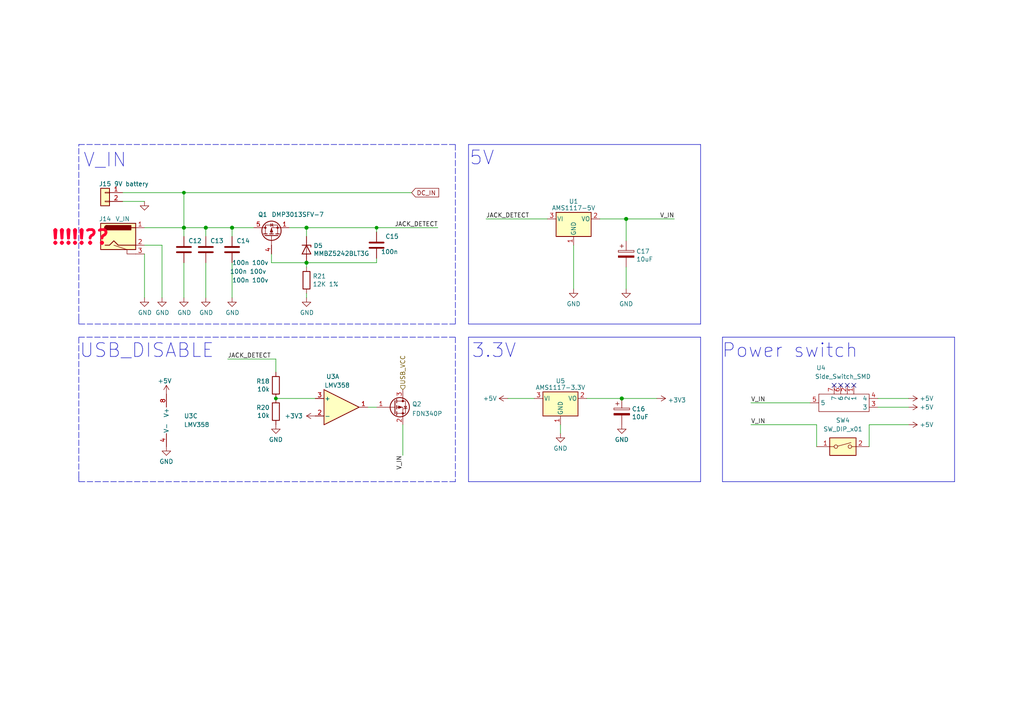
<source format=kicad_sch>
(kicad_sch
	(version 20231120)
	(generator "eeschema")
	(generator_version "8.0")
	(uuid "19b957d5-dfa2-4d24-8116-1055216d7813")
	(paper "A4")
	(title_block
		(title "Axiometa SPARK (R4) - PSU")
		(rev "R5")
		(company "Axiometa ")
	)
	(lib_symbols
		(symbol "Amplifier_Operational:LMV358"
			(pin_names
				(offset 0.127)
			)
			(exclude_from_sim no)
			(in_bom yes)
			(on_board yes)
			(property "Reference" "U"
				(at 0 5.08 0)
				(effects
					(font
						(size 1.27 1.27)
					)
					(justify left)
				)
			)
			(property "Value" "LMV358"
				(at 0 -5.08 0)
				(effects
					(font
						(size 1.27 1.27)
					)
					(justify left)
				)
			)
			(property "Footprint" ""
				(at 0 0 0)
				(effects
					(font
						(size 1.27 1.27)
					)
					(hide yes)
				)
			)
			(property "Datasheet" "http://www.ti.com/lit/ds/symlink/lmv324.pdf"
				(at 0 0 0)
				(effects
					(font
						(size 1.27 1.27)
					)
					(hide yes)
				)
			)
			(property "Description" "Dual Low-Voltage Rail-to-Rail Output Operational Amplifiers, SOIC-8/SSOP-8"
				(at 0 0 0)
				(effects
					(font
						(size 1.27 1.27)
					)
					(hide yes)
				)
			)
			(property "ki_locked" ""
				(at 0 0 0)
				(effects
					(font
						(size 1.27 1.27)
					)
				)
			)
			(property "ki_keywords" "single opamp"
				(at 0 0 0)
				(effects
					(font
						(size 1.27 1.27)
					)
					(hide yes)
				)
			)
			(property "ki_fp_filters" "SOIC*3.9x4.9mm*P1.27mm* DIP*W7.62mm* TO*99* OnSemi*Micro8* TSSOP*3x3mm*P0.65mm* TSSOP*4.4x3mm*P0.65mm* MSOP*3x3mm*P0.65mm* SSOP*3.9x4.9mm*P0.635mm* LFCSP*2x2mm*P0.5mm* *SIP* SOIC*5.3x6.2mm*P1.27mm*"
				(at 0 0 0)
				(effects
					(font
						(size 1.27 1.27)
					)
					(hide yes)
				)
			)
			(symbol "LMV358_1_1"
				(polyline
					(pts
						(xy -5.08 5.08) (xy 5.08 0) (xy -5.08 -5.08) (xy -5.08 5.08)
					)
					(stroke
						(width 0.254)
						(type default)
					)
					(fill
						(type background)
					)
				)
				(pin output line
					(at 7.62 0 180)
					(length 2.54)
					(name "~"
						(effects
							(font
								(size 1.27 1.27)
							)
						)
					)
					(number "1"
						(effects
							(font
								(size 1.27 1.27)
							)
						)
					)
				)
				(pin input line
					(at -7.62 -2.54 0)
					(length 2.54)
					(name "-"
						(effects
							(font
								(size 1.27 1.27)
							)
						)
					)
					(number "2"
						(effects
							(font
								(size 1.27 1.27)
							)
						)
					)
				)
				(pin input line
					(at -7.62 2.54 0)
					(length 2.54)
					(name "+"
						(effects
							(font
								(size 1.27 1.27)
							)
						)
					)
					(number "3"
						(effects
							(font
								(size 1.27 1.27)
							)
						)
					)
				)
			)
			(symbol "LMV358_2_1"
				(polyline
					(pts
						(xy -5.08 5.08) (xy 5.08 0) (xy -5.08 -5.08) (xy -5.08 5.08)
					)
					(stroke
						(width 0.254)
						(type default)
					)
					(fill
						(type background)
					)
				)
				(pin input line
					(at -7.62 2.54 0)
					(length 2.54)
					(name "+"
						(effects
							(font
								(size 1.27 1.27)
							)
						)
					)
					(number "5"
						(effects
							(font
								(size 1.27 1.27)
							)
						)
					)
				)
				(pin input line
					(at -7.62 -2.54 0)
					(length 2.54)
					(name "-"
						(effects
							(font
								(size 1.27 1.27)
							)
						)
					)
					(number "6"
						(effects
							(font
								(size 1.27 1.27)
							)
						)
					)
				)
				(pin output line
					(at 7.62 0 180)
					(length 2.54)
					(name "~"
						(effects
							(font
								(size 1.27 1.27)
							)
						)
					)
					(number "7"
						(effects
							(font
								(size 1.27 1.27)
							)
						)
					)
				)
			)
			(symbol "LMV358_3_1"
				(pin power_in line
					(at -2.54 -7.62 90)
					(length 3.81)
					(name "V-"
						(effects
							(font
								(size 1.27 1.27)
							)
						)
					)
					(number "4"
						(effects
							(font
								(size 1.27 1.27)
							)
						)
					)
				)
				(pin power_in line
					(at -2.54 7.62 270)
					(length 3.81)
					(name "V+"
						(effects
							(font
								(size 1.27 1.27)
							)
						)
					)
					(number "8"
						(effects
							(font
								(size 1.27 1.27)
							)
						)
					)
				)
			)
		)
		(symbol "CM4IO:Barrel_Jack"
			(exclude_from_sim no)
			(in_bom yes)
			(on_board yes)
			(property "Reference" "J"
				(at 0 5.334 0)
				(effects
					(font
						(size 1.27 1.27)
					)
				)
			)
			(property "Value" "Barrel_Jack"
				(at 0 -5.08 0)
				(effects
					(font
						(size 1.27 1.27)
					)
				)
			)
			(property "Footprint" ""
				(at 1.27 -1.016 0)
				(effects
					(font
						(size 1.27 1.27)
					)
					(hide yes)
				)
			)
			(property "Datasheet" ""
				(at 1.27 -1.016 0)
				(effects
					(font
						(size 1.27 1.27)
					)
					(hide yes)
				)
			)
			(property "Description" ""
				(at 0 0 0)
				(effects
					(font
						(size 1.27 1.27)
					)
					(hide yes)
				)
			)
			(property "ki_fp_filters" "BarrelJack*"
				(at 0 0 0)
				(effects
					(font
						(size 1.27 1.27)
					)
					(hide yes)
				)
			)
			(symbol "Barrel_Jack_0_1"
				(rectangle
					(start -5.08 3.81)
					(end 5.08 -3.81)
					(stroke
						(width 0.254)
						(type default)
					)
					(fill
						(type background)
					)
				)
				(arc
					(start -3.302 3.175)
					(mid -3.9343 2.54)
					(end -3.302 1.905)
					(stroke
						(width 0.254)
						(type default)
					)
					(fill
						(type none)
					)
				)
				(arc
					(start -3.302 3.175)
					(mid -3.9343 2.54)
					(end -3.302 1.905)
					(stroke
						(width 0.254)
						(type default)
					)
					(fill
						(type outline)
					)
				)
				(polyline
					(pts
						(xy 5.08 2.54) (xy 3.81 2.54)
					)
					(stroke
						(width 0.254)
						(type default)
					)
					(fill
						(type none)
					)
				)
				(polyline
					(pts
						(xy 5.08 -5.08) (xy 2.54 -5.08) (xy 2.54 -3.81) (xy -1.27 -2.54)
					)
					(stroke
						(width 0)
						(type default)
					)
					(fill
						(type none)
					)
				)
				(polyline
					(pts
						(xy -3.81 -2.54) (xy -2.54 -2.54) (xy -1.27 -1.27) (xy 0 -2.54) (xy 2.54 -2.54) (xy 5.08 -2.54)
					)
					(stroke
						(width 0.254)
						(type default)
					)
					(fill
						(type none)
					)
				)
				(rectangle
					(start 3.683 3.175)
					(end -3.302 1.905)
					(stroke
						(width 0.254)
						(type default)
					)
					(fill
						(type outline)
					)
				)
			)
			(symbol "Barrel_Jack_1_1"
				(pin passive line
					(at 7.62 2.54 180)
					(length 2.54)
					(name "~"
						(effects
							(font
								(size 1.27 1.27)
							)
						)
					)
					(number "1"
						(effects
							(font
								(size 1.27 1.27)
							)
						)
					)
				)
				(pin passive line
					(at 7.62 -2.54 180)
					(length 2.54)
					(name "~"
						(effects
							(font
								(size 1.27 1.27)
							)
						)
					)
					(number "2"
						(effects
							(font
								(size 1.27 1.27)
							)
						)
					)
				)
				(pin passive line
					(at 7.62 -5.08 180)
					(length 2.54)
					(name "~"
						(effects
							(font
								(size 1.27 1.27)
							)
						)
					)
					(number "3"
						(effects
							(font
								(size 1.27 1.27)
							)
						)
					)
				)
			)
		)
		(symbol "Connector_Generic:Conn_01x02"
			(pin_names
				(offset 1.016) hide)
			(exclude_from_sim no)
			(in_bom yes)
			(on_board yes)
			(property "Reference" "J"
				(at 0 2.54 0)
				(effects
					(font
						(size 1.27 1.27)
					)
				)
			)
			(property "Value" "Conn_01x02"
				(at 0 -5.08 0)
				(effects
					(font
						(size 1.27 1.27)
					)
				)
			)
			(property "Footprint" ""
				(at 0 0 0)
				(effects
					(font
						(size 1.27 1.27)
					)
					(hide yes)
				)
			)
			(property "Datasheet" "~"
				(at 0 0 0)
				(effects
					(font
						(size 1.27 1.27)
					)
					(hide yes)
				)
			)
			(property "Description" "Generic connector, single row, 01x02, script generated (kicad-library-utils/schlib/autogen/connector/)"
				(at 0 0 0)
				(effects
					(font
						(size 1.27 1.27)
					)
					(hide yes)
				)
			)
			(property "ki_keywords" "connector"
				(at 0 0 0)
				(effects
					(font
						(size 1.27 1.27)
					)
					(hide yes)
				)
			)
			(property "ki_fp_filters" "Connector*:*_1x??_*"
				(at 0 0 0)
				(effects
					(font
						(size 1.27 1.27)
					)
					(hide yes)
				)
			)
			(symbol "Conn_01x02_1_1"
				(rectangle
					(start -1.27 -2.413)
					(end 0 -2.667)
					(stroke
						(width 0.1524)
						(type default)
					)
					(fill
						(type none)
					)
				)
				(rectangle
					(start -1.27 0.127)
					(end 0 -0.127)
					(stroke
						(width 0.1524)
						(type default)
					)
					(fill
						(type none)
					)
				)
				(rectangle
					(start -1.27 1.27)
					(end 1.27 -3.81)
					(stroke
						(width 0.254)
						(type default)
					)
					(fill
						(type background)
					)
				)
				(pin passive line
					(at -5.08 0 0)
					(length 3.81)
					(name "Pin_1"
						(effects
							(font
								(size 1.27 1.27)
							)
						)
					)
					(number "1"
						(effects
							(font
								(size 1.27 1.27)
							)
						)
					)
				)
				(pin passive line
					(at -5.08 -2.54 0)
					(length 3.81)
					(name "Pin_2"
						(effects
							(font
								(size 1.27 1.27)
							)
						)
					)
					(number "2"
						(effects
							(font
								(size 1.27 1.27)
							)
						)
					)
				)
			)
		)
		(symbol "Device:C"
			(pin_numbers hide)
			(pin_names
				(offset 0.254)
			)
			(exclude_from_sim no)
			(in_bom yes)
			(on_board yes)
			(property "Reference" "C"
				(at 0.635 2.54 0)
				(effects
					(font
						(size 1.27 1.27)
					)
					(justify left)
				)
			)
			(property "Value" "C"
				(at 0.635 -2.54 0)
				(effects
					(font
						(size 1.27 1.27)
					)
					(justify left)
				)
			)
			(property "Footprint" ""
				(at 0.9652 -3.81 0)
				(effects
					(font
						(size 1.27 1.27)
					)
					(hide yes)
				)
			)
			(property "Datasheet" "~"
				(at 0 0 0)
				(effects
					(font
						(size 1.27 1.27)
					)
					(hide yes)
				)
			)
			(property "Description" "Unpolarized capacitor"
				(at 0 0 0)
				(effects
					(font
						(size 1.27 1.27)
					)
					(hide yes)
				)
			)
			(property "ki_keywords" "cap capacitor"
				(at 0 0 0)
				(effects
					(font
						(size 1.27 1.27)
					)
					(hide yes)
				)
			)
			(property "ki_fp_filters" "C_*"
				(at 0 0 0)
				(effects
					(font
						(size 1.27 1.27)
					)
					(hide yes)
				)
			)
			(symbol "C_0_1"
				(polyline
					(pts
						(xy -2.032 -0.762) (xy 2.032 -0.762)
					)
					(stroke
						(width 0.508)
						(type default)
					)
					(fill
						(type none)
					)
				)
				(polyline
					(pts
						(xy -2.032 0.762) (xy 2.032 0.762)
					)
					(stroke
						(width 0.508)
						(type default)
					)
					(fill
						(type none)
					)
				)
			)
			(symbol "C_1_1"
				(pin passive line
					(at 0 3.81 270)
					(length 2.794)
					(name "~"
						(effects
							(font
								(size 1.27 1.27)
							)
						)
					)
					(number "1"
						(effects
							(font
								(size 1.27 1.27)
							)
						)
					)
				)
				(pin passive line
					(at 0 -3.81 90)
					(length 2.794)
					(name "~"
						(effects
							(font
								(size 1.27 1.27)
							)
						)
					)
					(number "2"
						(effects
							(font
								(size 1.27 1.27)
							)
						)
					)
				)
			)
		)
		(symbol "Device:CP"
			(pin_numbers hide)
			(pin_names
				(offset 0.254)
			)
			(exclude_from_sim no)
			(in_bom yes)
			(on_board yes)
			(property "Reference" "C"
				(at 0.635 2.54 0)
				(effects
					(font
						(size 1.27 1.27)
					)
					(justify left)
				)
			)
			(property "Value" "CP"
				(at 0.635 -2.54 0)
				(effects
					(font
						(size 1.27 1.27)
					)
					(justify left)
				)
			)
			(property "Footprint" ""
				(at 0.9652 -3.81 0)
				(effects
					(font
						(size 1.27 1.27)
					)
					(hide yes)
				)
			)
			(property "Datasheet" "~"
				(at 0 0 0)
				(effects
					(font
						(size 1.27 1.27)
					)
					(hide yes)
				)
			)
			(property "Description" "Polarized capacitor"
				(at 0 0 0)
				(effects
					(font
						(size 1.27 1.27)
					)
					(hide yes)
				)
			)
			(property "ki_keywords" "cap capacitor"
				(at 0 0 0)
				(effects
					(font
						(size 1.27 1.27)
					)
					(hide yes)
				)
			)
			(property "ki_fp_filters" "CP_*"
				(at 0 0 0)
				(effects
					(font
						(size 1.27 1.27)
					)
					(hide yes)
				)
			)
			(symbol "CP_0_1"
				(rectangle
					(start -2.286 0.508)
					(end 2.286 1.016)
					(stroke
						(width 0)
						(type default)
					)
					(fill
						(type none)
					)
				)
				(polyline
					(pts
						(xy -1.778 2.286) (xy -0.762 2.286)
					)
					(stroke
						(width 0)
						(type default)
					)
					(fill
						(type none)
					)
				)
				(polyline
					(pts
						(xy -1.27 2.794) (xy -1.27 1.778)
					)
					(stroke
						(width 0)
						(type default)
					)
					(fill
						(type none)
					)
				)
				(rectangle
					(start 2.286 -0.508)
					(end -2.286 -1.016)
					(stroke
						(width 0)
						(type default)
					)
					(fill
						(type outline)
					)
				)
			)
			(symbol "CP_1_1"
				(pin passive line
					(at 0 3.81 270)
					(length 2.794)
					(name "~"
						(effects
							(font
								(size 1.27 1.27)
							)
						)
					)
					(number "1"
						(effects
							(font
								(size 1.27 1.27)
							)
						)
					)
				)
				(pin passive line
					(at 0 -3.81 90)
					(length 2.794)
					(name "~"
						(effects
							(font
								(size 1.27 1.27)
							)
						)
					)
					(number "2"
						(effects
							(font
								(size 1.27 1.27)
							)
						)
					)
				)
			)
		)
		(symbol "Device:R"
			(pin_numbers hide)
			(pin_names
				(offset 0)
			)
			(exclude_from_sim no)
			(in_bom yes)
			(on_board yes)
			(property "Reference" "R"
				(at 2.032 0 90)
				(effects
					(font
						(size 1.27 1.27)
					)
				)
			)
			(property "Value" "R"
				(at 0 0 90)
				(effects
					(font
						(size 1.27 1.27)
					)
				)
			)
			(property "Footprint" ""
				(at -1.778 0 90)
				(effects
					(font
						(size 1.27 1.27)
					)
					(hide yes)
				)
			)
			(property "Datasheet" "~"
				(at 0 0 0)
				(effects
					(font
						(size 1.27 1.27)
					)
					(hide yes)
				)
			)
			(property "Description" "Resistor"
				(at 0 0 0)
				(effects
					(font
						(size 1.27 1.27)
					)
					(hide yes)
				)
			)
			(property "ki_keywords" "R res resistor"
				(at 0 0 0)
				(effects
					(font
						(size 1.27 1.27)
					)
					(hide yes)
				)
			)
			(property "ki_fp_filters" "R_*"
				(at 0 0 0)
				(effects
					(font
						(size 1.27 1.27)
					)
					(hide yes)
				)
			)
			(symbol "R_0_1"
				(rectangle
					(start -1.016 -2.54)
					(end 1.016 2.54)
					(stroke
						(width 0.254)
						(type default)
					)
					(fill
						(type none)
					)
				)
			)
			(symbol "R_1_1"
				(pin passive line
					(at 0 3.81 270)
					(length 1.27)
					(name "~"
						(effects
							(font
								(size 1.27 1.27)
							)
						)
					)
					(number "1"
						(effects
							(font
								(size 1.27 1.27)
							)
						)
					)
				)
				(pin passive line
					(at 0 -3.81 90)
					(length 1.27)
					(name "~"
						(effects
							(font
								(size 1.27 1.27)
							)
						)
					)
					(number "2"
						(effects
							(font
								(size 1.27 1.27)
							)
						)
					)
				)
			)
		)
		(symbol "Diode:BZX84Cxx"
			(pin_numbers hide)
			(pin_names
				(offset 1.016) hide)
			(exclude_from_sim no)
			(in_bom yes)
			(on_board yes)
			(property "Reference" "D"
				(at 0 2.54 0)
				(effects
					(font
						(size 1.27 1.27)
					)
				)
			)
			(property "Value" "BZX84Cxx"
				(at 0 -2.54 0)
				(effects
					(font
						(size 1.27 1.27)
					)
				)
			)
			(property "Footprint" "Diode_SMD:D_SOT-23_ANK"
				(at 0 -4.445 0)
				(effects
					(font
						(size 1.27 1.27)
					)
					(hide yes)
				)
			)
			(property "Datasheet" "https://diotec.com/tl_files/diotec/files/pdf/datasheets/bzx84c2v4.pdf"
				(at 0 0 0)
				(effects
					(font
						(size 1.27 1.27)
					)
					(hide yes)
				)
			)
			(property "Description" "300mW Zener Diode, SOT-23"
				(at 0 0 0)
				(effects
					(font
						(size 1.27 1.27)
					)
					(hide yes)
				)
			)
			(property "ki_keywords" "zener diode"
				(at 0 0 0)
				(effects
					(font
						(size 1.27 1.27)
					)
					(hide yes)
				)
			)
			(property "ki_fp_filters" "D*SOT?23*ANK*"
				(at 0 0 0)
				(effects
					(font
						(size 1.27 1.27)
					)
					(hide yes)
				)
			)
			(symbol "BZX84Cxx_0_1"
				(polyline
					(pts
						(xy 1.27 0) (xy -1.27 0)
					)
					(stroke
						(width 0)
						(type default)
					)
					(fill
						(type none)
					)
				)
				(polyline
					(pts
						(xy -1.27 -1.27) (xy -1.27 1.27) (xy -0.762 1.27)
					)
					(stroke
						(width 0.254)
						(type default)
					)
					(fill
						(type none)
					)
				)
				(polyline
					(pts
						(xy 1.27 -1.27) (xy 1.27 1.27) (xy -1.27 0) (xy 1.27 -1.27)
					)
					(stroke
						(width 0.254)
						(type default)
					)
					(fill
						(type none)
					)
				)
			)
			(symbol "BZX84Cxx_1_1"
				(pin passive line
					(at -3.81 0 0)
					(length 2.54)
					(name "K"
						(effects
							(font
								(size 1.27 1.27)
							)
						)
					)
					(number "1"
						(effects
							(font
								(size 1.27 1.27)
							)
						)
					)
				)
				(pin passive line
					(at 3.81 0 180)
					(length 2.54)
					(name "A"
						(effects
							(font
								(size 1.27 1.27)
							)
						)
					)
					(number "2"
						(effects
							(font
								(size 1.27 1.27)
							)
						)
					)
				)
			)
		)
		(symbol "Regulator_Linear:AMS1117-3.3"
			(pin_names
				(offset 0.254)
			)
			(exclude_from_sim no)
			(in_bom yes)
			(on_board yes)
			(property "Reference" "U"
				(at -3.81 3.175 0)
				(effects
					(font
						(size 1.27 1.27)
					)
				)
			)
			(property "Value" "AMS1117-3.3"
				(at 0 3.175 0)
				(effects
					(font
						(size 1.27 1.27)
					)
					(justify left)
				)
			)
			(property "Footprint" "Package_TO_SOT_SMD:SOT-223-3_TabPin2"
				(at 0 5.08 0)
				(effects
					(font
						(size 1.27 1.27)
					)
					(hide yes)
				)
			)
			(property "Datasheet" "http://www.advanced-monolithic.com/pdf/ds1117.pdf"
				(at 2.54 -6.35 0)
				(effects
					(font
						(size 1.27 1.27)
					)
					(hide yes)
				)
			)
			(property "Description" "1A Low Dropout regulator, positive, 3.3V fixed output, SOT-223"
				(at 0 0 0)
				(effects
					(font
						(size 1.27 1.27)
					)
					(hide yes)
				)
			)
			(property "ki_keywords" "linear regulator ldo fixed positive"
				(at 0 0 0)
				(effects
					(font
						(size 1.27 1.27)
					)
					(hide yes)
				)
			)
			(property "ki_fp_filters" "SOT?223*TabPin2*"
				(at 0 0 0)
				(effects
					(font
						(size 1.27 1.27)
					)
					(hide yes)
				)
			)
			(symbol "AMS1117-3.3_0_1"
				(rectangle
					(start -5.08 -5.08)
					(end 5.08 1.905)
					(stroke
						(width 0.254)
						(type default)
					)
					(fill
						(type background)
					)
				)
			)
			(symbol "AMS1117-3.3_1_1"
				(pin power_in line
					(at 0 -7.62 90)
					(length 2.54)
					(name "GND"
						(effects
							(font
								(size 1.27 1.27)
							)
						)
					)
					(number "1"
						(effects
							(font
								(size 1.27 1.27)
							)
						)
					)
				)
				(pin power_out line
					(at 7.62 0 180)
					(length 2.54)
					(name "VO"
						(effects
							(font
								(size 1.27 1.27)
							)
						)
					)
					(number "2"
						(effects
							(font
								(size 1.27 1.27)
							)
						)
					)
				)
				(pin power_in line
					(at -7.62 0 0)
					(length 2.54)
					(name "VI"
						(effects
							(font
								(size 1.27 1.27)
							)
						)
					)
					(number "3"
						(effects
							(font
								(size 1.27 1.27)
							)
						)
					)
				)
			)
		)
		(symbol "Switch:SW_DIP_x01"
			(pin_names
				(offset 0) hide)
			(exclude_from_sim no)
			(in_bom yes)
			(on_board yes)
			(property "Reference" "SW"
				(at 0 3.81 0)
				(effects
					(font
						(size 1.27 1.27)
					)
				)
			)
			(property "Value" "SW_DIP_x01"
				(at 0 -3.81 0)
				(effects
					(font
						(size 1.27 1.27)
					)
				)
			)
			(property "Footprint" ""
				(at 0 0 0)
				(effects
					(font
						(size 1.27 1.27)
					)
					(hide yes)
				)
			)
			(property "Datasheet" "~"
				(at 0 0 0)
				(effects
					(font
						(size 1.27 1.27)
					)
					(hide yes)
				)
			)
			(property "Description" "1x DIP Switch, Single Pole Single Throw (SPST) switch, small symbol"
				(at 0 0 0)
				(effects
					(font
						(size 1.27 1.27)
					)
					(hide yes)
				)
			)
			(property "ki_keywords" "dip switch"
				(at 0 0 0)
				(effects
					(font
						(size 1.27 1.27)
					)
					(hide yes)
				)
			)
			(property "ki_fp_filters" "SW?DIP?x1*"
				(at 0 0 0)
				(effects
					(font
						(size 1.27 1.27)
					)
					(hide yes)
				)
			)
			(symbol "SW_DIP_x01_0_0"
				(circle
					(center -2.032 0)
					(radius 0.508)
					(stroke
						(width 0)
						(type default)
					)
					(fill
						(type none)
					)
				)
				(polyline
					(pts
						(xy -1.524 0.127) (xy 2.3622 1.1684)
					)
					(stroke
						(width 0)
						(type default)
					)
					(fill
						(type none)
					)
				)
				(circle
					(center 2.032 0)
					(radius 0.508)
					(stroke
						(width 0)
						(type default)
					)
					(fill
						(type none)
					)
				)
			)
			(symbol "SW_DIP_x01_0_1"
				(rectangle
					(start -3.81 2.54)
					(end 3.81 -2.54)
					(stroke
						(width 0.254)
						(type default)
					)
					(fill
						(type background)
					)
				)
			)
			(symbol "SW_DIP_x01_1_1"
				(pin passive line
					(at -7.62 0 0)
					(length 5.08)
					(name "~"
						(effects
							(font
								(size 1.27 1.27)
							)
						)
					)
					(number "1"
						(effects
							(font
								(size 1.27 1.27)
							)
						)
					)
				)
				(pin passive line
					(at 7.62 0 180)
					(length 5.08)
					(name "~"
						(effects
							(font
								(size 1.27 1.27)
							)
						)
					)
					(number "2"
						(effects
							(font
								(size 1.27 1.27)
							)
						)
					)
				)
			)
		)
		(symbol "Transistor_FET:DMP3013SFV"
			(pin_names hide)
			(exclude_from_sim no)
			(in_bom yes)
			(on_board yes)
			(property "Reference" "Q"
				(at 5.08 1.905 0)
				(effects
					(font
						(size 1.27 1.27)
					)
					(justify left)
				)
			)
			(property "Value" "DMP3013SFV"
				(at 5.08 0 0)
				(effects
					(font
						(size 1.27 1.27)
					)
					(justify left)
				)
			)
			(property "Footprint" "Package_SON:Diodes_PowerDI3333-8"
				(at 5.08 -1.905 0)
				(effects
					(font
						(size 1.27 1.27)
						(italic yes)
					)
					(justify left)
					(hide yes)
				)
			)
			(property "Datasheet" "https://www.diodes.com/assets/Datasheets/DMP3013SFV.pdf"
				(at 0 0 90)
				(effects
					(font
						(size 1.27 1.27)
					)
					(justify left)
					(hide yes)
				)
			)
			(property "Description" "-12A Id, -30V Vds, P-Channel Power MOSFET, 9.5mOhm Ron, 33.7nC Qg (typ), PowerDI3333-8"
				(at 0 0 0)
				(effects
					(font
						(size 1.27 1.27)
					)
					(hide yes)
				)
			)
			(property "ki_keywords" "P-Channel MOSFET"
				(at 0 0 0)
				(effects
					(font
						(size 1.27 1.27)
					)
					(hide yes)
				)
			)
			(property "ki_fp_filters" "Diodes*PowerDI3333*"
				(at 0 0 0)
				(effects
					(font
						(size 1.27 1.27)
					)
					(hide yes)
				)
			)
			(symbol "DMP3013SFV_0_1"
				(polyline
					(pts
						(xy 0.254 0) (xy -2.54 0)
					)
					(stroke
						(width 0)
						(type default)
					)
					(fill
						(type none)
					)
				)
				(polyline
					(pts
						(xy 0.254 1.905) (xy 0.254 -1.905)
					)
					(stroke
						(width 0.254)
						(type default)
					)
					(fill
						(type none)
					)
				)
				(polyline
					(pts
						(xy 0.762 -1.27) (xy 0.762 -2.286)
					)
					(stroke
						(width 0.254)
						(type default)
					)
					(fill
						(type none)
					)
				)
				(polyline
					(pts
						(xy 0.762 0.508) (xy 0.762 -0.508)
					)
					(stroke
						(width 0.254)
						(type default)
					)
					(fill
						(type none)
					)
				)
				(polyline
					(pts
						(xy 0.762 2.286) (xy 0.762 1.27)
					)
					(stroke
						(width 0.254)
						(type default)
					)
					(fill
						(type none)
					)
				)
				(polyline
					(pts
						(xy 2.54 2.54) (xy 2.54 1.778)
					)
					(stroke
						(width 0)
						(type default)
					)
					(fill
						(type none)
					)
				)
				(polyline
					(pts
						(xy 2.54 -2.54) (xy 2.54 0) (xy 0.762 0)
					)
					(stroke
						(width 0)
						(type default)
					)
					(fill
						(type none)
					)
				)
				(polyline
					(pts
						(xy 0.762 1.778) (xy 3.302 1.778) (xy 3.302 -1.778) (xy 0.762 -1.778)
					)
					(stroke
						(width 0)
						(type default)
					)
					(fill
						(type none)
					)
				)
				(polyline
					(pts
						(xy 2.286 0) (xy 1.27 0.381) (xy 1.27 -0.381) (xy 2.286 0)
					)
					(stroke
						(width 0)
						(type default)
					)
					(fill
						(type outline)
					)
				)
				(polyline
					(pts
						(xy 2.794 -0.508) (xy 2.921 -0.381) (xy 3.683 -0.381) (xy 3.81 -0.254)
					)
					(stroke
						(width 0)
						(type default)
					)
					(fill
						(type none)
					)
				)
				(polyline
					(pts
						(xy 3.302 -0.381) (xy 2.921 0.254) (xy 3.683 0.254) (xy 3.302 -0.381)
					)
					(stroke
						(width 0)
						(type default)
					)
					(fill
						(type none)
					)
				)
				(circle
					(center 1.651 0)
					(radius 2.794)
					(stroke
						(width 0.254)
						(type default)
					)
					(fill
						(type none)
					)
				)
				(circle
					(center 2.54 -1.778)
					(radius 0.254)
					(stroke
						(width 0)
						(type default)
					)
					(fill
						(type outline)
					)
				)
				(circle
					(center 2.54 1.778)
					(radius 0.254)
					(stroke
						(width 0)
						(type default)
					)
					(fill
						(type outline)
					)
				)
			)
			(symbol "DMP3013SFV_1_1"
				(pin passive line
					(at 2.54 -5.08 90)
					(length 2.54)
					(name "S"
						(effects
							(font
								(size 1.27 1.27)
							)
						)
					)
					(number "1"
						(effects
							(font
								(size 1.27 1.27)
							)
						)
					)
				)
				(pin passive line
					(at 2.54 -5.08 90)
					(length 2.54) hide
					(name "S"
						(effects
							(font
								(size 1.27 1.27)
							)
						)
					)
					(number "2"
						(effects
							(font
								(size 1.27 1.27)
							)
						)
					)
				)
				(pin passive line
					(at 2.54 -5.08 90)
					(length 2.54) hide
					(name "S"
						(effects
							(font
								(size 1.27 1.27)
							)
						)
					)
					(number "3"
						(effects
							(font
								(size 1.27 1.27)
							)
						)
					)
				)
				(pin passive line
					(at -5.08 0 0)
					(length 2.54)
					(name "G"
						(effects
							(font
								(size 1.27 1.27)
							)
						)
					)
					(number "4"
						(effects
							(font
								(size 1.27 1.27)
							)
						)
					)
				)
				(pin passive line
					(at 2.54 5.08 270)
					(length 2.54)
					(name "D"
						(effects
							(font
								(size 1.27 1.27)
							)
						)
					)
					(number "5"
						(effects
							(font
								(size 1.27 1.27)
							)
						)
					)
				)
			)
		)
		(symbol "Transistor_FET:FDN340P"
			(pin_names hide)
			(exclude_from_sim no)
			(in_bom yes)
			(on_board yes)
			(property "Reference" "Q"
				(at 5.08 1.905 0)
				(effects
					(font
						(size 1.27 1.27)
					)
					(justify left)
				)
			)
			(property "Value" "FDN340P"
				(at 5.08 0 0)
				(effects
					(font
						(size 1.27 1.27)
					)
					(justify left)
				)
			)
			(property "Footprint" "Package_TO_SOT_SMD:SOT-23"
				(at 5.08 -1.905 0)
				(effects
					(font
						(size 1.27 1.27)
						(italic yes)
					)
					(justify left)
					(hide yes)
				)
			)
			(property "Datasheet" "https://www.onsemi.com/pub/Collateral/FDN340P-D.PDF"
				(at 0 0 0)
				(effects
					(font
						(size 1.27 1.27)
					)
					(justify left)
					(hide yes)
				)
			)
			(property "Description" "2A Id, 20V Vds, P-Channel MOSFET, 70mOhm Ron, SOT-23"
				(at 0 0 0)
				(effects
					(font
						(size 1.27 1.27)
					)
					(hide yes)
				)
			)
			(property "ki_keywords" "P-Channel MOSFET"
				(at 0 0 0)
				(effects
					(font
						(size 1.27 1.27)
					)
					(hide yes)
				)
			)
			(property "ki_fp_filters" "SOT?23*"
				(at 0 0 0)
				(effects
					(font
						(size 1.27 1.27)
					)
					(hide yes)
				)
			)
			(symbol "FDN340P_0_1"
				(polyline
					(pts
						(xy 0.254 0) (xy -2.54 0)
					)
					(stroke
						(width 0)
						(type default)
					)
					(fill
						(type none)
					)
				)
				(polyline
					(pts
						(xy 0.254 1.905) (xy 0.254 -1.905)
					)
					(stroke
						(width 0.254)
						(type default)
					)
					(fill
						(type none)
					)
				)
				(polyline
					(pts
						(xy 0.762 -1.27) (xy 0.762 -2.286)
					)
					(stroke
						(width 0.254)
						(type default)
					)
					(fill
						(type none)
					)
				)
				(polyline
					(pts
						(xy 0.762 0.508) (xy 0.762 -0.508)
					)
					(stroke
						(width 0.254)
						(type default)
					)
					(fill
						(type none)
					)
				)
				(polyline
					(pts
						(xy 0.762 2.286) (xy 0.762 1.27)
					)
					(stroke
						(width 0.254)
						(type default)
					)
					(fill
						(type none)
					)
				)
				(polyline
					(pts
						(xy 2.54 2.54) (xy 2.54 1.778)
					)
					(stroke
						(width 0)
						(type default)
					)
					(fill
						(type none)
					)
				)
				(polyline
					(pts
						(xy 2.54 -2.54) (xy 2.54 0) (xy 0.762 0)
					)
					(stroke
						(width 0)
						(type default)
					)
					(fill
						(type none)
					)
				)
				(polyline
					(pts
						(xy 0.762 1.778) (xy 3.302 1.778) (xy 3.302 -1.778) (xy 0.762 -1.778)
					)
					(stroke
						(width 0)
						(type default)
					)
					(fill
						(type none)
					)
				)
				(polyline
					(pts
						(xy 2.286 0) (xy 1.27 0.381) (xy 1.27 -0.381) (xy 2.286 0)
					)
					(stroke
						(width 0)
						(type default)
					)
					(fill
						(type outline)
					)
				)
				(polyline
					(pts
						(xy 2.794 -0.508) (xy 2.921 -0.381) (xy 3.683 -0.381) (xy 3.81 -0.254)
					)
					(stroke
						(width 0)
						(type default)
					)
					(fill
						(type none)
					)
				)
				(polyline
					(pts
						(xy 3.302 -0.381) (xy 2.921 0.254) (xy 3.683 0.254) (xy 3.302 -0.381)
					)
					(stroke
						(width 0)
						(type default)
					)
					(fill
						(type none)
					)
				)
				(circle
					(center 1.651 0)
					(radius 2.794)
					(stroke
						(width 0.254)
						(type default)
					)
					(fill
						(type none)
					)
				)
				(circle
					(center 2.54 -1.778)
					(radius 0.254)
					(stroke
						(width 0)
						(type default)
					)
					(fill
						(type outline)
					)
				)
				(circle
					(center 2.54 1.778)
					(radius 0.254)
					(stroke
						(width 0)
						(type default)
					)
					(fill
						(type outline)
					)
				)
			)
			(symbol "FDN340P_1_1"
				(pin input line
					(at -5.08 0 0)
					(length 2.54)
					(name "G"
						(effects
							(font
								(size 1.27 1.27)
							)
						)
					)
					(number "1"
						(effects
							(font
								(size 1.27 1.27)
							)
						)
					)
				)
				(pin passive line
					(at 2.54 -5.08 90)
					(length 2.54)
					(name "S"
						(effects
							(font
								(size 1.27 1.27)
							)
						)
					)
					(number "2"
						(effects
							(font
								(size 1.27 1.27)
							)
						)
					)
				)
				(pin passive line
					(at 2.54 5.08 270)
					(length 2.54)
					(name "D"
						(effects
							(font
								(size 1.27 1.27)
							)
						)
					)
					(number "3"
						(effects
							(font
								(size 1.27 1.27)
							)
						)
					)
				)
			)
		)
		(symbol "aSymbol:Side_Switch_SMD"
			(exclude_from_sim no)
			(in_bom yes)
			(on_board yes)
			(property "Reference" "U4"
				(at -6.985 10.16 0)
				(effects
					(font
						(size 1.27 1.27)
					)
				)
			)
			(property "Value" "Side_Switch_SMD"
				(at -0.635 7.62 0)
				(effects
					(font
						(size 1.27 1.27)
					)
				)
			)
			(property "Footprint" "aFootprint:Switch_Side"
				(at 5.715 10.16 0)
				(effects
					(font
						(size 1.27 1.27)
					)
					(hide yes)
				)
			)
			(property "Datasheet" ""
				(at 0.635 0 0)
				(effects
					(font
						(size 1.27 1.27)
					)
					(hide yes)
				)
			)
			(property "Description" ""
				(at 0 0 0)
				(effects
					(font
						(size 1.27 1.27)
					)
					(hide yes)
				)
			)
			(symbol "Side_Switch_SMD_0_1"
				(rectangle
					(start -6.985 2.54)
					(end 7.62 -2.54)
					(stroke
						(width 0.1524)
						(type default)
					)
					(fill
						(type none)
					)
				)
			)
			(symbol "Side_Switch_SMD_1_1"
				(pin input line
					(at -2.54 -5.08 90)
					(length 2.54)
					(name "1"
						(effects
							(font
								(size 1.27 1.27)
							)
						)
					)
					(number "1"
						(effects
							(font
								(size 1.27 1.27)
							)
						)
					)
				)
				(pin input line
					(at -0.635 -5.08 90)
					(length 2.54)
					(name "2"
						(effects
							(font
								(size 1.27 1.27)
							)
						)
					)
					(number "2"
						(effects
							(font
								(size 1.27 1.27)
							)
						)
					)
				)
				(pin input line
					(at -9.525 1.27 0)
					(length 2.54)
					(name "3"
						(effects
							(font
								(size 1.27 1.27)
							)
						)
					)
					(number "3"
						(effects
							(font
								(size 1.27 1.27)
							)
						)
					)
				)
				(pin input line
					(at -9.525 -1.27 0)
					(length 2.54)
					(name "4"
						(effects
							(font
								(size 1.27 1.27)
							)
						)
					)
					(number "4"
						(effects
							(font
								(size 1.27 1.27)
							)
						)
					)
				)
				(pin input line
					(at 10.16 0 180)
					(length 2.54)
					(name "5"
						(effects
							(font
								(size 1.27 1.27)
							)
						)
					)
					(number "5"
						(effects
							(font
								(size 1.27 1.27)
							)
						)
					)
				)
				(pin input line
					(at 1.27 -5.08 90)
					(length 2.54)
					(name "6"
						(effects
							(font
								(size 1.27 1.27)
							)
						)
					)
					(number "6"
						(effects
							(font
								(size 1.27 1.27)
							)
						)
					)
				)
				(pin input line
					(at 3.175 -5.08 90)
					(length 2.54)
					(name "7"
						(effects
							(font
								(size 1.27 1.27)
							)
						)
					)
					(number "7"
						(effects
							(font
								(size 1.27 1.27)
							)
						)
					)
				)
			)
		)
		(symbol "power:+3.3V"
			(power)
			(pin_names
				(offset 0)
			)
			(exclude_from_sim no)
			(in_bom yes)
			(on_board yes)
			(property "Reference" "#PWR"
				(at 0 -3.81 0)
				(effects
					(font
						(size 1.27 1.27)
					)
					(hide yes)
				)
			)
			(property "Value" "+3.3V"
				(at 0 3.556 0)
				(effects
					(font
						(size 1.27 1.27)
					)
				)
			)
			(property "Footprint" ""
				(at 0 0 0)
				(effects
					(font
						(size 1.27 1.27)
					)
					(hide yes)
				)
			)
			(property "Datasheet" ""
				(at 0 0 0)
				(effects
					(font
						(size 1.27 1.27)
					)
					(hide yes)
				)
			)
			(property "Description" "Power symbol creates a global label with name \"+3.3V\""
				(at 0 0 0)
				(effects
					(font
						(size 1.27 1.27)
					)
					(hide yes)
				)
			)
			(property "ki_keywords" "power-flag"
				(at 0 0 0)
				(effects
					(font
						(size 1.27 1.27)
					)
					(hide yes)
				)
			)
			(symbol "+3.3V_0_1"
				(polyline
					(pts
						(xy -0.762 1.27) (xy 0 2.54)
					)
					(stroke
						(width 0)
						(type default)
					)
					(fill
						(type none)
					)
				)
				(polyline
					(pts
						(xy 0 0) (xy 0 2.54)
					)
					(stroke
						(width 0)
						(type default)
					)
					(fill
						(type none)
					)
				)
				(polyline
					(pts
						(xy 0 2.54) (xy 0.762 1.27)
					)
					(stroke
						(width 0)
						(type default)
					)
					(fill
						(type none)
					)
				)
			)
			(symbol "+3.3V_1_1"
				(pin power_in line
					(at 0 0 90)
					(length 0) hide
					(name "+3V3"
						(effects
							(font
								(size 1.27 1.27)
							)
						)
					)
					(number "1"
						(effects
							(font
								(size 1.27 1.27)
							)
						)
					)
				)
			)
		)
		(symbol "power:+5V"
			(power)
			(pin_names
				(offset 0)
			)
			(exclude_from_sim no)
			(in_bom yes)
			(on_board yes)
			(property "Reference" "#PWR"
				(at 0 -3.81 0)
				(effects
					(font
						(size 1.27 1.27)
					)
					(hide yes)
				)
			)
			(property "Value" "+5V"
				(at 0 3.556 0)
				(effects
					(font
						(size 1.27 1.27)
					)
				)
			)
			(property "Footprint" ""
				(at 0 0 0)
				(effects
					(font
						(size 1.27 1.27)
					)
					(hide yes)
				)
			)
			(property "Datasheet" ""
				(at 0 0 0)
				(effects
					(font
						(size 1.27 1.27)
					)
					(hide yes)
				)
			)
			(property "Description" "Power symbol creates a global label with name \"+5V\""
				(at 0 0 0)
				(effects
					(font
						(size 1.27 1.27)
					)
					(hide yes)
				)
			)
			(property "ki_keywords" "power-flag"
				(at 0 0 0)
				(effects
					(font
						(size 1.27 1.27)
					)
					(hide yes)
				)
			)
			(symbol "+5V_0_1"
				(polyline
					(pts
						(xy -0.762 1.27) (xy 0 2.54)
					)
					(stroke
						(width 0)
						(type default)
					)
					(fill
						(type none)
					)
				)
				(polyline
					(pts
						(xy 0 0) (xy 0 2.54)
					)
					(stroke
						(width 0)
						(type default)
					)
					(fill
						(type none)
					)
				)
				(polyline
					(pts
						(xy 0 2.54) (xy 0.762 1.27)
					)
					(stroke
						(width 0)
						(type default)
					)
					(fill
						(type none)
					)
				)
			)
			(symbol "+5V_1_1"
				(pin power_in line
					(at 0 0 90)
					(length 0) hide
					(name "+5V"
						(effects
							(font
								(size 1.27 1.27)
							)
						)
					)
					(number "1"
						(effects
							(font
								(size 1.27 1.27)
							)
						)
					)
				)
			)
		)
		(symbol "power:GND"
			(power)
			(pin_names
				(offset 0)
			)
			(exclude_from_sim no)
			(in_bom yes)
			(on_board yes)
			(property "Reference" "#PWR"
				(at 0 -6.35 0)
				(effects
					(font
						(size 1.27 1.27)
					)
					(hide yes)
				)
			)
			(property "Value" "GND"
				(at 0 -3.81 0)
				(effects
					(font
						(size 1.27 1.27)
					)
				)
			)
			(property "Footprint" ""
				(at 0 0 0)
				(effects
					(font
						(size 1.27 1.27)
					)
					(hide yes)
				)
			)
			(property "Datasheet" ""
				(at 0 0 0)
				(effects
					(font
						(size 1.27 1.27)
					)
					(hide yes)
				)
			)
			(property "Description" "Power symbol creates a global label with name \"GND\" , ground"
				(at 0 0 0)
				(effects
					(font
						(size 1.27 1.27)
					)
					(hide yes)
				)
			)
			(property "ki_keywords" "power-flag"
				(at 0 0 0)
				(effects
					(font
						(size 1.27 1.27)
					)
					(hide yes)
				)
			)
			(symbol "GND_0_1"
				(polyline
					(pts
						(xy 0 0) (xy 0 -1.27) (xy 1.27 -1.27) (xy 0 -2.54) (xy -1.27 -1.27) (xy 0 -1.27)
					)
					(stroke
						(width 0)
						(type default)
					)
					(fill
						(type none)
					)
				)
			)
			(symbol "GND_1_1"
				(pin power_in line
					(at 0 0 270)
					(length 0) hide
					(name "GND"
						(effects
							(font
								(size 1.27 1.27)
							)
						)
					)
					(number "1"
						(effects
							(font
								(size 1.27 1.27)
							)
						)
					)
				)
			)
		)
	)
	(junction
		(at 109.22 66.04)
		(diameter 0)
		(color 0 0 0 0)
		(uuid "16b4cfe8-cf6f-4795-8941-484d0cb65457")
	)
	(junction
		(at 181.61 63.5)
		(diameter 1.016)
		(color 0 0 0 0)
		(uuid "1c495a8b-8b15-457f-9db6-53971e271a2c")
	)
	(junction
		(at 88.9 66.04)
		(diameter 1.016)
		(color 0 0 0 0)
		(uuid "201ae386-e3ff-474b-9c2d-d43611094897")
	)
	(junction
		(at 53.34 66.04)
		(diameter 1.016)
		(color 0 0 0 0)
		(uuid "5089e483-5011-428f-85f0-f028638e73a3")
	)
	(junction
		(at 53.34 55.88)
		(diameter 0)
		(color 0 0 0 0)
		(uuid "65ebb129-4347-4349-8124-461b2131c6cf")
	)
	(junction
		(at 88.9 76.2)
		(diameter 1.016)
		(color 0 0 0 0)
		(uuid "8c275aa9-e890-45e1-94bd-df7e9dbf7929")
	)
	(junction
		(at 180.34 115.57)
		(diameter 1.016)
		(color 0 0 0 0)
		(uuid "a1c21b38-7b8b-43b6-964a-eb8a028ca44e")
	)
	(junction
		(at 80.01 115.57)
		(diameter 0)
		(color 0 0 0 0)
		(uuid "ac0082c1-283c-48be-8966-06bf2a796770")
	)
	(junction
		(at 59.69 66.04)
		(diameter 1.016)
		(color 0 0 0 0)
		(uuid "ac486a53-e328-4f5b-afe1-0757728cd402")
	)
	(junction
		(at 67.31 66.04)
		(diameter 1.016)
		(color 0 0 0 0)
		(uuid "c192cc16-d4f6-4d37-9f7a-0f1ab17f2146")
	)
	(no_connect
		(at 245.745 111.76)
		(uuid "6acd4894-c3f3-4957-9c5e-ee561347da34")
	)
	(no_connect
		(at 247.65 111.76)
		(uuid "a9b342a1-f059-40ee-88c9-458685194e9b")
	)
	(no_connect
		(at 241.935 111.76)
		(uuid "bc96e776-1f23-4cc4-be2c-66ef92f9dd5b")
	)
	(no_connect
		(at 243.84 111.76)
		(uuid "e6e09fe8-6fab-4cd3-8dda-b3d935769ff7")
	)
	(polyline
		(pts
			(xy 22.86 97.79) (xy 132.08 97.79)
		)
		(stroke
			(width 0)
			(type dash)
		)
		(uuid "0587cb68-3085-461e-a9dd-fcd1c0f4e6b1")
	)
	(wire
		(pts
			(xy 53.34 86.36) (xy 53.34 76.2)
		)
		(stroke
			(width 0)
			(type solid)
		)
		(uuid "06c51193-9653-4373-b83c-2bcd44e203e7")
	)
	(polyline
		(pts
			(xy 22.86 138.43) (xy 22.86 139.7)
		)
		(stroke
			(width 0)
			(type dash)
		)
		(uuid "0b1b4fba-90a7-45ed-b271-e72719fc9c71")
	)
	(wire
		(pts
			(xy 109.22 76.2) (xy 88.9 76.2)
		)
		(stroke
			(width 0)
			(type solid)
		)
		(uuid "0f6d81dd-9b3b-41c1-86ad-6709ddc2d735")
	)
	(wire
		(pts
			(xy 116.84 123.19) (xy 116.84 132.08)
		)
		(stroke
			(width 0)
			(type default)
		)
		(uuid "14749f3f-7651-4738-a46d-cc9acc0a3e40")
	)
	(wire
		(pts
			(xy 67.31 66.04) (xy 67.31 68.58)
		)
		(stroke
			(width 0)
			(type solid)
		)
		(uuid "19dfeb69-3be8-40af-93a0-247aece5d536")
	)
	(wire
		(pts
			(xy 170.18 115.57) (xy 180.34 115.57)
		)
		(stroke
			(width 0)
			(type solid)
		)
		(uuid "1b634508-3a6e-4561-94e6-9ae3cccd3e26")
	)
	(polyline
		(pts
			(xy 22.86 92.71) (xy 22.86 41.91)
		)
		(stroke
			(width 0)
			(type dash)
		)
		(uuid "25cff1ca-78d7-4128-89ab-da7bf70f2602")
	)
	(polyline
		(pts
			(xy 135.89 97.79) (xy 135.89 139.7)
		)
		(stroke
			(width 0)
			(type default)
		)
		(uuid "26b8d87d-6155-4d46-9b88-d6e71928b593")
	)
	(wire
		(pts
			(xy 53.34 55.88) (xy 119.38 55.88)
		)
		(stroke
			(width 0)
			(type default)
		)
		(uuid "2a179b9a-cca4-4243-a301-d70848577a02")
	)
	(polyline
		(pts
			(xy 276.86 139.7) (xy 276.86 97.79)
		)
		(stroke
			(width 0)
			(type default)
		)
		(uuid "2e29b46b-b52d-4024-9d0e-39633329c3aa")
	)
	(wire
		(pts
			(xy 80.01 104.14) (xy 80.01 107.95)
		)
		(stroke
			(width 0)
			(type default)
		)
		(uuid "3ad5a66d-41b7-4321-ae76-587585dfbcfd")
	)
	(wire
		(pts
			(xy 217.805 123.19) (xy 236.855 123.19)
		)
		(stroke
			(width 0)
			(type default)
		)
		(uuid "43a76651-8241-4c66-b281-0c2989e11dc5")
	)
	(wire
		(pts
			(xy 88.9 85.09) (xy 88.9 86.36)
		)
		(stroke
			(width 0)
			(type solid)
		)
		(uuid "484a0197-38b3-41a8-9107-d8b05509a0a0")
	)
	(wire
		(pts
			(xy 217.805 116.84) (xy 234.95 116.84)
		)
		(stroke
			(width 0)
			(type default)
		)
		(uuid "5086e0da-250d-42a8-a43f-fced5afa4e61")
	)
	(wire
		(pts
			(xy 66.04 104.14) (xy 80.01 104.14)
		)
		(stroke
			(width 0)
			(type default)
		)
		(uuid "56fc5e7f-f280-4e22-9339-5ada4d7cbed9")
	)
	(wire
		(pts
			(xy 41.91 66.04) (xy 53.34 66.04)
		)
		(stroke
			(width 0)
			(type solid)
		)
		(uuid "5a186585-adac-4d2a-a473-4b316305a84f")
	)
	(polyline
		(pts
			(xy 209.55 97.79) (xy 209.55 139.7)
		)
		(stroke
			(width 0)
			(type default)
		)
		(uuid "5c0ed0bc-1292-4884-a3ed-c5a5cecec576")
	)
	(polyline
		(pts
			(xy 209.55 97.79) (xy 276.86 97.79)
		)
		(stroke
			(width 0)
			(type default)
		)
		(uuid "5d418eeb-54f0-450e-8983-4abfe3268033")
	)
	(wire
		(pts
			(xy 252.095 123.19) (xy 252.095 129.54)
		)
		(stroke
			(width 0)
			(type default)
		)
		(uuid "5db1c148-37b7-43f7-ac64-b70663448161")
	)
	(wire
		(pts
			(xy 78.74 76.2) (xy 88.9 76.2)
		)
		(stroke
			(width 0)
			(type solid)
		)
		(uuid "5e5d3b4f-314e-480a-833f-fc4784ddcf40")
	)
	(polyline
		(pts
			(xy 135.89 139.7) (xy 203.2 139.7)
		)
		(stroke
			(width 0)
			(type default)
		)
		(uuid "5f0785de-e44f-445e-b5f8-098c93755b25")
	)
	(wire
		(pts
			(xy 53.34 68.58) (xy 53.34 66.04)
		)
		(stroke
			(width 0)
			(type solid)
		)
		(uuid "5f86609c-6996-43b8-bb7a-f47694d2ae52")
	)
	(wire
		(pts
			(xy 181.61 83.82) (xy 181.61 77.47)
		)
		(stroke
			(width 0)
			(type default)
		)
		(uuid "61a54c8a-9e28-4416-b95f-f6b26668dc82")
	)
	(wire
		(pts
			(xy 35.56 58.42) (xy 41.91 58.42)
		)
		(stroke
			(width 0)
			(type default)
		)
		(uuid "65510b00-b3e8-4d64-a248-608d5d016da2")
	)
	(wire
		(pts
			(xy 88.9 76.2) (xy 88.9 77.47)
		)
		(stroke
			(width 0)
			(type solid)
		)
		(uuid "6606fccd-6e9a-4839-902d-b153331a9d20")
	)
	(polyline
		(pts
			(xy 22.86 138.43) (xy 22.86 97.79)
		)
		(stroke
			(width 0)
			(type dash)
		)
		(uuid "6700a76a-27fd-40da-a29b-8f225890047b")
	)
	(wire
		(pts
			(xy 88.9 66.04) (xy 109.22 66.04)
		)
		(stroke
			(width 0)
			(type solid)
		)
		(uuid "675cf0e3-c8a5-4019-8e88-bd86b1664796")
	)
	(polyline
		(pts
			(xy 135.89 41.91) (xy 135.89 93.98)
		)
		(stroke
			(width 0)
			(type default)
		)
		(uuid "6cc018c3-d476-448c-ae62-6733abae2aa1")
	)
	(wire
		(pts
			(xy 46.99 71.12) (xy 46.99 86.36)
		)
		(stroke
			(width 0)
			(type solid)
		)
		(uuid "6cc6419e-2483-4cd1-9f74-364b6b34e338")
	)
	(wire
		(pts
			(xy 127 66.04) (xy 109.22 66.04)
		)
		(stroke
			(width 0)
			(type default)
		)
		(uuid "6e2b57f1-bcb4-4845-bc86-990d10b5fae7")
	)
	(wire
		(pts
			(xy 41.91 71.12) (xy 46.99 71.12)
		)
		(stroke
			(width 0)
			(type solid)
		)
		(uuid "70918317-9ade-4314-bc9a-0027e04b9df0")
	)
	(wire
		(pts
			(xy 35.56 55.88) (xy 53.34 55.88)
		)
		(stroke
			(width 0)
			(type default)
		)
		(uuid "71c42b39-8fe7-4f77-86e4-6272e5eab5da")
	)
	(polyline
		(pts
			(xy 135.89 93.98) (xy 203.2 93.98)
		)
		(stroke
			(width 0)
			(type default)
		)
		(uuid "765b4e78-2e7a-4160-89a1-b93578879c8e")
	)
	(wire
		(pts
			(xy 67.31 66.04) (xy 73.66 66.04)
		)
		(stroke
			(width 0)
			(type solid)
		)
		(uuid "7f2c975f-4fca-4fd8-a6a8-fdc38e4408d1")
	)
	(wire
		(pts
			(xy 180.34 115.57) (xy 190.5 115.57)
		)
		(stroke
			(width 0)
			(type solid)
		)
		(uuid "7f4ed9c9-80b0-4a5d-b1a7-60912d6ce891")
	)
	(wire
		(pts
			(xy 80.01 115.57) (xy 91.44 115.57)
		)
		(stroke
			(width 0)
			(type default)
		)
		(uuid "81562cc2-02bd-40e4-bc1f-f957629be6c0")
	)
	(polyline
		(pts
			(xy 132.08 93.98) (xy 22.86 93.98)
		)
		(stroke
			(width 0)
			(type dash)
		)
		(uuid "851479ad-55f3-4b08-876e-86130af02d87")
	)
	(polyline
		(pts
			(xy 135.89 97.79) (xy 203.2 97.79)
		)
		(stroke
			(width 0)
			(type default)
		)
		(uuid "85e71c16-1c89-41ee-a96c-ef1b88bd13ff")
	)
	(wire
		(pts
			(xy 67.31 76.2) (xy 67.31 86.36)
		)
		(stroke
			(width 0)
			(type solid)
		)
		(uuid "860dd732-245b-4d84-b0a6-816992783769")
	)
	(wire
		(pts
			(xy 140.97 63.5) (xy 158.75 63.5)
		)
		(stroke
			(width 0)
			(type default)
		)
		(uuid "86f9c672-b02d-4ab8-87e2-c9bcc4e7b1b4")
	)
	(wire
		(pts
			(xy 181.61 63.5) (xy 195.58 63.5)
		)
		(stroke
			(width 0)
			(type solid)
		)
		(uuid "8c709c70-4f75-4147-aaea-59013ec10892")
	)
	(wire
		(pts
			(xy 147.32 115.57) (xy 154.94 115.57)
		)
		(stroke
			(width 0)
			(type solid)
		)
		(uuid "8cedc4b3-55ed-447f-ab02-4985bd845ee2")
	)
	(polyline
		(pts
			(xy 203.2 93.98) (xy 203.2 41.91)
		)
		(stroke
			(width 0)
			(type default)
		)
		(uuid "9300facb-677b-4c0a-abfe-b06b8c605a2c")
	)
	(polyline
		(pts
			(xy 209.55 139.7) (xy 276.86 139.7)
		)
		(stroke
			(width 0)
			(type default)
		)
		(uuid "9a776d3b-6658-4201-a337-3c87e23457ac")
	)
	(wire
		(pts
			(xy 83.82 66.04) (xy 88.9 66.04)
		)
		(stroke
			(width 0)
			(type solid)
		)
		(uuid "9bec7511-aa38-4b44-a84d-3ea3479cbf83")
	)
	(wire
		(pts
			(xy 109.22 74.93) (xy 109.22 76.2)
		)
		(stroke
			(width 0)
			(type solid)
		)
		(uuid "9ea7086b-9a9e-41a0-b566-abb07ded21a2")
	)
	(wire
		(pts
			(xy 252.095 123.19) (xy 263.525 123.19)
		)
		(stroke
			(width 0)
			(type default)
		)
		(uuid "a2a02aee-88c6-40df-80ab-8c3e4953c546")
	)
	(wire
		(pts
			(xy 53.34 66.04) (xy 59.69 66.04)
		)
		(stroke
			(width 0)
			(type solid)
		)
		(uuid "a4b5fa1c-5c41-408a-814a-218ee15e8815")
	)
	(wire
		(pts
			(xy 109.22 66.04) (xy 109.22 67.31)
		)
		(stroke
			(width 0)
			(type solid)
		)
		(uuid "a94ec33e-7249-49b3-8530-436acfbd120b")
	)
	(wire
		(pts
			(xy 162.56 123.19) (xy 162.56 125.73)
		)
		(stroke
			(width 0)
			(type default)
		)
		(uuid "ac331fa9-bac5-4a09-a298-289f5568592f")
	)
	(wire
		(pts
			(xy 41.91 86.36) (xy 41.91 73.66)
		)
		(stroke
			(width 0)
			(type solid)
		)
		(uuid "b0c3e341-ba2e-4e8c-9f68-c00d101de174")
	)
	(wire
		(pts
			(xy 59.69 86.36) (xy 59.69 76.2)
		)
		(stroke
			(width 0)
			(type solid)
		)
		(uuid "b686f8f0-5f0e-4848-b6d0-ab11e25d12d6")
	)
	(wire
		(pts
			(xy 181.61 69.85) (xy 181.61 63.5)
		)
		(stroke
			(width 0)
			(type default)
		)
		(uuid "b6fed660-b4fd-4f36-9a5f-f4d2e015c95b")
	)
	(polyline
		(pts
			(xy 132.08 139.7) (xy 22.86 139.7)
		)
		(stroke
			(width 0)
			(type dash)
		)
		(uuid "b9f466e9-4b05-4e8c-a646-635d2cc82fe8")
	)
	(wire
		(pts
			(xy 263.525 115.57) (xy 254.635 115.57)
		)
		(stroke
			(width 0)
			(type default)
		)
		(uuid "ca58a4b4-0eac-45de-b84a-0f7719788882")
	)
	(wire
		(pts
			(xy 106.68 118.11) (xy 109.22 118.11)
		)
		(stroke
			(width 0)
			(type default)
		)
		(uuid "ce70603e-4129-434a-bf64-073a3b89f96d")
	)
	(polyline
		(pts
			(xy 22.86 41.91) (xy 132.08 41.91)
		)
		(stroke
			(width 0)
			(type dash)
		)
		(uuid "d09d53ef-1b2a-4814-bdf6-eacf22c3b98f")
	)
	(wire
		(pts
			(xy 173.99 63.5) (xy 181.61 63.5)
		)
		(stroke
			(width 0)
			(type solid)
		)
		(uuid "d0d583d9-4ca9-447d-b022-6bc22572b4d9")
	)
	(wire
		(pts
			(xy 88.9 66.04) (xy 88.9 68.58)
		)
		(stroke
			(width 0)
			(type solid)
		)
		(uuid "d766cfff-1627-47a1-8c7a-594630e5940f")
	)
	(polyline
		(pts
			(xy 132.08 41.91) (xy 132.08 93.98)
		)
		(stroke
			(width 0)
			(type dash)
		)
		(uuid "d8362997-86e8-467f-9fba-b047e451479b")
	)
	(wire
		(pts
			(xy 53.34 55.88) (xy 53.34 66.04)
		)
		(stroke
			(width 0)
			(type default)
		)
		(uuid "d8f8e95f-9469-401a-bfe3-f5a4beea8e6e")
	)
	(wire
		(pts
			(xy 78.74 73.66) (xy 78.74 76.2)
		)
		(stroke
			(width 0)
			(type solid)
		)
		(uuid "da07e79d-0c96-4617-addd-360dec025359")
	)
	(polyline
		(pts
			(xy 22.86 92.71) (xy 22.86 93.98)
		)
		(stroke
			(width 0)
			(type dash)
		)
		(uuid "da125f13-a6cd-4354-abfa-08431ff5a0e9")
	)
	(polyline
		(pts
			(xy 203.2 139.7) (xy 203.2 97.79)
		)
		(stroke
			(width 0)
			(type default)
		)
		(uuid "da1fe8dd-ed61-48e8-9962-b068ad628547")
	)
	(polyline
		(pts
			(xy 135.89 41.91) (xy 203.2 41.91)
		)
		(stroke
			(width 0)
			(type default)
		)
		(uuid "dccac681-f704-4b47-b946-97fa585027ca")
	)
	(wire
		(pts
			(xy 59.69 68.58) (xy 59.69 66.04)
		)
		(stroke
			(width 0)
			(type solid)
		)
		(uuid "e1532adb-50a7-4c79-8545-1c7ca35c6c1e")
	)
	(wire
		(pts
			(xy 59.69 66.04) (xy 67.31 66.04)
		)
		(stroke
			(width 0)
			(type solid)
		)
		(uuid "eacc1994-10de-4899-925b-a271501803b2")
	)
	(wire
		(pts
			(xy 166.37 83.82) (xy 166.37 71.12)
		)
		(stroke
			(width 0)
			(type default)
		)
		(uuid "ed1413a0-f02f-4ff5-86d3-b5cdb9364e3e")
	)
	(wire
		(pts
			(xy 236.855 123.19) (xy 236.855 129.54)
		)
		(stroke
			(width 0)
			(type default)
		)
		(uuid "f18346cc-42d6-46e1-8d18-d8e3bb708822")
	)
	(wire
		(pts
			(xy 263.525 118.11) (xy 254.635 118.11)
		)
		(stroke
			(width 0)
			(type default)
		)
		(uuid "f8b0f6de-b174-413b-9912-05d3fa410bb6")
	)
	(polyline
		(pts
			(xy 132.08 97.79) (xy 132.08 139.7)
		)
		(stroke
			(width 0)
			(type dash)
		)
		(uuid "fcf0b630-a984-487e-9ebf-e19d7c5d590e")
	)
	(text "V_IN\n"
		(exclude_from_sim no)
		(at 36.83 48.895 0)
		(effects
			(font
				(size 4 4)
			)
			(justify right bottom)
		)
		(uuid "0bc364ab-c5b3-44f8-bec5-4094e38768f3")
	)
	(text "Power switch"
		(exclude_from_sim no)
		(at 248.92 104.14 0)
		(effects
			(font
				(size 4 4)
			)
			(justify right bottom)
		)
		(uuid "7e944e24-688d-4dc5-8ac7-8d34d0ad03f6")
	)
	(text "USB_DISABLE"
		(exclude_from_sim no)
		(at 62.23 104.14 0)
		(effects
			(font
				(size 4 4)
			)
			(justify right bottom)
		)
		(uuid "8d5b9d11-e24e-4df0-b3c3-d373ced560a8")
	)
	(text "5V"
		(exclude_from_sim no)
		(at 143.51 48.26 0)
		(effects
			(font
				(size 4 4)
			)
			(justify right bottom)
		)
		(uuid "920da398-45ac-4b07-a94a-ebb98814f6c7")
	)
	(text "!!!!!??"
		(exclude_from_sim no)
		(at 32.004 71.374 0)
		(effects
			(font
				(size 4 4)
				(thickness 0.8)
				(bold yes)
				(color 255 0 48 1)
			)
			(justify right bottom)
		)
		(uuid "94b05efc-03c1-4264-ba44-2758a5e80a20")
	)
	(text "3.3V"
		(exclude_from_sim no)
		(at 149.86 104.14 0)
		(effects
			(font
				(size 4 4)
			)
			(justify right bottom)
		)
		(uuid "b00696e7-2014-4f71-a9b7-1aeb6a7a5a99")
	)
	(label "V_IN"
		(at 195.58 63.5 180)
		(fields_autoplaced yes)
		(effects
			(font
				(size 1.27 1.27)
			)
			(justify right bottom)
		)
		(uuid "1f32356c-cd9f-4453-a9a9-827c8a02f3df")
	)
	(label "V_IN"
		(at 217.805 123.19 0)
		(fields_autoplaced yes)
		(effects
			(font
				(size 1.27 1.27)
			)
			(justify left bottom)
		)
		(uuid "41703ed5-07c8-4711-93eb-d4bb44ecdb48")
	)
	(label "JACK_DETECT"
		(at 140.97 63.5 0)
		(fields_autoplaced yes)
		(effects
			(font
				(size 1.27 1.27)
			)
			(justify left bottom)
		)
		(uuid "6da15fb6-0bd3-45b0-b831-dbf332c93715")
	)
	(label "JACK_DETECT"
		(at 127 66.04 180)
		(fields_autoplaced yes)
		(effects
			(font
				(size 1.27 1.27)
			)
			(justify right bottom)
		)
		(uuid "a1d4153a-fdeb-42a9-b19f-cd5f0488f0a1")
	)
	(label "V_IN"
		(at 116.84 132.08 270)
		(fields_autoplaced yes)
		(effects
			(font
				(size 1.27 1.27)
			)
			(justify right bottom)
		)
		(uuid "d11c570e-c91a-43c1-a472-e5913930b98d")
	)
	(label "JACK_DETECT"
		(at 66.04 104.14 0)
		(fields_autoplaced yes)
		(effects
			(font
				(size 1.27 1.27)
			)
			(justify left bottom)
		)
		(uuid "eed316e0-a400-42eb-b0c7-c717e5feab07")
	)
	(label "V_IN"
		(at 217.805 116.84 0)
		(fields_autoplaced yes)
		(effects
			(font
				(size 1.27 1.27)
			)
			(justify left bottom)
		)
		(uuid "fdc4a02f-e4cf-4ce8-9726-777f6f24824b")
	)
	(global_label "DC_IN"
		(shape input)
		(at 119.38 55.88 0)
		(fields_autoplaced yes)
		(effects
			(font
				(size 1.27 1.27)
			)
			(justify left)
		)
		(uuid "979b5585-19c3-4c58-881b-9d375e48683c")
		(property "Intersheetrefs" "${INTERSHEET_REFS}"
			(at 127.236 55.8006 0)
			(effects
				(font
					(size 1.27 1.27)
				)
				(justify left)
				(hide yes)
			)
		)
	)
	(hierarchical_label "USB_VCC"
		(shape input)
		(at 116.84 113.03 90)
		(fields_autoplaced yes)
		(effects
			(font
				(size 1.27 1.27)
			)
			(justify left)
		)
		(uuid "8a4512fa-81e1-4275-815f-665d6aa8e33c")
	)
	(symbol
		(lib_id "Device:C")
		(at 67.31 72.39 0)
		(unit 1)
		(exclude_from_sim no)
		(in_bom yes)
		(on_board yes)
		(dnp no)
		(uuid "065d7225-5e88-4223-8a60-7496fcfb807a")
		(property "Reference" "C14"
			(at 68.58 69.85 0)
			(effects
				(font
					(size 1.27 1.27)
				)
				(justify left)
			)
		)
		(property "Value" "100n 100v"
			(at 67.31 76.2 0)
			(effects
				(font
					(size 1.27 1.27)
				)
				(justify left)
			)
		)
		(property "Footprint" "Capacitor_SMD:C_0402_1005Metric"
			(at 68.2752 76.2 0)
			(effects
				(font
					(size 1.27 1.27)
				)
				(hide yes)
			)
		)
		(property "Datasheet" "~"
			(at 67.31 72.39 0)
			(effects
				(font
					(size 1.27 1.27)
				)
				(hide yes)
			)
		)
		(property "Description" ""
			(at 67.31 72.39 0)
			(effects
				(font
					(size 1.27 1.27)
				)
				(hide yes)
			)
		)
		(property "Field4" "Farnell"
			(at 67.31 72.39 0)
			(effects
				(font
					(size 1.27 1.27)
				)
				(hide yes)
			)
		)
		(property "Field5" "2611907"
			(at 67.31 72.39 0)
			(effects
				(font
					(size 1.27 1.27)
				)
				(hide yes)
			)
		)
		(property "Field6" "GRM155R62A104KE14D"
			(at 67.31 72.39 0)
			(effects
				(font
					(size 1.27 1.27)
				)
				(hide yes)
			)
		)
		(property "Field7" "Murata"
			(at 67.31 72.39 0)
			(effects
				(font
					(size 1.27 1.27)
				)
				(hide yes)
			)
		)
		(property "Part Description" "	0.1uF 10% 100V Ceramic Capacitor X5R 0402 (1005 Metric)"
			(at 67.31 72.39 0)
			(effects
				(font
					(size 1.27 1.27)
				)
				(hide yes)
			)
		)
		(pin "1"
			(uuid "07ba9ad1-cb34-4a63-899a-77a067037aa1")
		)
		(pin "2"
			(uuid "aedc87ec-c081-4b4e-be6b-a1be2e5cb0f2")
		)
		(instances
			(project "Axiometa Spark (R4)"
				(path "/265bab81-531b-4645-af28-d7374e9cd238/2004ca2e-b5f1-4e5e-91f6-de757d1aa223"
					(reference "C14")
					(unit 1)
				)
			)
		)
	)
	(symbol
		(lib_id "power:GND")
		(at 80.01 123.19 0)
		(unit 1)
		(exclude_from_sim no)
		(in_bom yes)
		(on_board yes)
		(dnp no)
		(uuid "069b1ee7-fe3b-4eff-b4bf-7617946656d7")
		(property "Reference" "#PWR0162"
			(at 80.01 129.54 0)
			(effects
				(font
					(size 1.27 1.27)
				)
				(hide yes)
			)
		)
		(property "Value" "GND"
			(at 80.01 127.5144 0)
			(effects
				(font
					(size 1.27 1.27)
				)
			)
		)
		(property "Footprint" ""
			(at 80.01 123.19 0)
			(effects
				(font
					(size 1.27 1.27)
				)
				(hide yes)
			)
		)
		(property "Datasheet" ""
			(at 80.01 123.19 0)
			(effects
				(font
					(size 1.27 1.27)
				)
				(hide yes)
			)
		)
		(property "Description" ""
			(at 80.01 123.19 0)
			(effects
				(font
					(size 1.27 1.27)
				)
				(hide yes)
			)
		)
		(pin "1"
			(uuid "0aa4b2f1-021b-4449-9d54-967c4df5a779")
		)
		(instances
			(project "Axiometa Spark (R4)"
				(path "/265bab81-531b-4645-af28-d7374e9cd238/2004ca2e-b5f1-4e5e-91f6-de757d1aa223"
					(reference "#PWR0162")
					(unit 1)
				)
			)
		)
	)
	(symbol
		(lib_id "Transistor_FET:DMP3013SFV")
		(at 78.74 68.58 90)
		(unit 1)
		(exclude_from_sim no)
		(in_bom yes)
		(on_board yes)
		(dnp no)
		(uuid "07c27354-a160-4de2-bd24-e7b5b16000c0")
		(property "Reference" "Q1"
			(at 76.2 62.23 90)
			(effects
				(font
					(size 1.27 1.27)
				)
			)
		)
		(property "Value" "DMP3013SFV-7"
			(at 86.36 62.23 90)
			(effects
				(font
					(size 1.27 1.27)
				)
			)
		)
		(property "Footprint" "Package_SON:Diodes_PowerDI3333-8"
			(at 80.645 63.5 0)
			(effects
				(font
					(size 1.27 1.27)
					(italic yes)
				)
				(justify left)
				(hide yes)
			)
		)
		(property "Datasheet" "https://www.diodes.com/assets/Datasheets/DMP3013SFV.pdf"
			(at 78.74 68.58 90)
			(effects
				(font
					(size 1.27 1.27)
				)
				(justify left)
				(hide yes)
			)
		)
		(property "Description" ""
			(at 78.74 68.58 0)
			(effects
				(font
					(size 1.27 1.27)
				)
				(hide yes)
			)
		)
		(property "Field4" "Farnell"
			(at 78.74 68.58 0)
			(effects
				(font
					(size 1.27 1.27)
				)
				(hide yes)
			)
		)
		(property "Field5" "3405192"
			(at 78.74 68.58 0)
			(effects
				(font
					(size 1.27 1.27)
				)
				(hide yes)
			)
		)
		(property "Field6" "DMP3013SFV-7"
			(at 78.74 68.58 0)
			(effects
				(font
					(size 1.27 1.27)
				)
				(hide yes)
			)
		)
		(property "Field7" "Diodes"
			(at 78.74 68.58 0)
			(effects
				(font
					(size 1.27 1.27)
				)
				(hide yes)
			)
		)
		(property "Part Description" "DMP3013SFV-7 -  Power MOSFET, P Channel, 30 V, 12 A, 0.008 ohm, PowerDI3333, Surface Mount"
			(at 78.74 68.58 0)
			(effects
				(font
					(size 1.27 1.27)
				)
				(hide yes)
			)
		)
		(pin "1"
			(uuid "8168994f-f896-48a3-acf8-df0c731b21c7")
		)
		(pin "2"
			(uuid "a2d74536-a93f-4082-b06c-eaa0561bfb59")
		)
		(pin "3"
			(uuid "5ad5a04b-19e6-4244-8dfb-bf0e7bb3b1d2")
		)
		(pin "4"
			(uuid "cd0a41c5-0ffe-440c-bbb2-b55639a67aef")
		)
		(pin "5"
			(uuid "f1eb5aba-340a-40de-a3da-86b3a59270b5")
		)
		(instances
			(project "Axiometa Spark (R4)"
				(path "/265bab81-531b-4645-af28-d7374e9cd238/2004ca2e-b5f1-4e5e-91f6-de757d1aa223"
					(reference "Q1")
					(unit 1)
				)
			)
		)
	)
	(symbol
		(lib_id "power:GND")
		(at 41.91 86.36 0)
		(unit 1)
		(exclude_from_sim no)
		(in_bom yes)
		(on_board yes)
		(dnp no)
		(uuid "151076f1-277b-4600-b299-939c52332c01")
		(property "Reference" "#PWR0170"
			(at 41.91 92.71 0)
			(effects
				(font
					(size 1.27 1.27)
				)
				(hide yes)
			)
		)
		(property "Value" "GND"
			(at 42.0243 90.6844 0)
			(effects
				(font
					(size 1.27 1.27)
				)
			)
		)
		(property "Footprint" ""
			(at 41.91 86.36 0)
			(effects
				(font
					(size 1.27 1.27)
				)
				(hide yes)
			)
		)
		(property "Datasheet" ""
			(at 41.91 86.36 0)
			(effects
				(font
					(size 1.27 1.27)
				)
				(hide yes)
			)
		)
		(property "Description" ""
			(at 41.91 86.36 0)
			(effects
				(font
					(size 1.27 1.27)
				)
				(hide yes)
			)
		)
		(pin "1"
			(uuid "bb4451ec-b2b2-45a2-8e36-528a1a16d76c")
		)
		(instances
			(project "Axiometa Spark (R4)"
				(path "/265bab81-531b-4645-af28-d7374e9cd238/2004ca2e-b5f1-4e5e-91f6-de757d1aa223"
					(reference "#PWR0170")
					(unit 1)
				)
			)
		)
	)
	(symbol
		(lib_id "Device:R")
		(at 80.01 111.76 0)
		(mirror y)
		(unit 1)
		(exclude_from_sim no)
		(in_bom yes)
		(on_board yes)
		(dnp no)
		(uuid "23cd440b-4bdc-49f6-847b-258843e49d44")
		(property "Reference" "R18"
			(at 78.232 110.5916 0)
			(effects
				(font
					(size 1.27 1.27)
				)
				(justify left)
			)
		)
		(property "Value" "10k"
			(at 78.232 112.903 0)
			(effects
				(font
					(size 1.27 1.27)
				)
				(justify left)
			)
		)
		(property "Footprint" "Resistor_SMD:R_0603_1608Metric"
			(at 81.788 111.76 90)
			(effects
				(font
					(size 1.27 1.27)
				)
				(hide yes)
			)
		)
		(property "Datasheet" "~"
			(at 80.01 111.76 0)
			(effects
				(font
					(size 1.27 1.27)
				)
				(hide yes)
			)
		)
		(property "Description" ""
			(at 80.01 111.76 0)
			(effects
				(font
					(size 1.27 1.27)
				)
				(hide yes)
			)
		)
		(property "Field4" "Farnell"
			(at 80.01 111.76 0)
			(effects
				(font
					(size 1.27 1.27)
				)
				(hide yes)
			)
		)
		(property "Field5" "9239367"
			(at 80.01 111.76 0)
			(effects
				(font
					(size 1.27 1.27)
				)
				(hide yes)
			)
		)
		(property "Field7" "Rohm"
			(at 80.01 111.76 0)
			(effects
				(font
					(size 1.27 1.27)
				)
				(hide yes)
			)
		)
		(property "Field6" "MCR01MZPF1202"
			(at 80.01 111.76 0)
			(effects
				(font
					(size 1.27 1.27)
				)
				(hide yes)
			)
		)
		(property "Part Description" "Resistor 12K M1005 1% 63mW"
			(at 80.01 111.76 0)
			(effects
				(font
					(size 1.27 1.27)
				)
				(hide yes)
			)
		)
		(pin "1"
			(uuid "555af0fd-90a6-46a8-aa43-97ecabffb3d3")
		)
		(pin "2"
			(uuid "9bc09baa-91ba-44bd-8147-722c3f614ed1")
		)
		(instances
			(project "Axiometa Spark (R4)"
				(path "/265bab81-531b-4645-af28-d7374e9cd238/2004ca2e-b5f1-4e5e-91f6-de757d1aa223"
					(reference "R18")
					(unit 1)
				)
			)
		)
	)
	(symbol
		(lib_id "power:+5V")
		(at 263.525 118.11 270)
		(unit 1)
		(exclude_from_sim no)
		(in_bom yes)
		(on_board yes)
		(dnp no)
		(uuid "24fe0485-fa03-4894-b2ec-c605a269fecd")
		(property "Reference" "#PWR0153"
			(at 259.715 118.11 0)
			(effects
				(font
					(size 1.27 1.27)
				)
				(hide yes)
			)
		)
		(property "Value" "+5V"
			(at 266.7 118.11 90)
			(effects
				(font
					(size 1.27 1.27)
				)
				(justify left)
			)
		)
		(property "Footprint" ""
			(at 263.525 118.11 0)
			(effects
				(font
					(size 1.27 1.27)
				)
				(hide yes)
			)
		)
		(property "Datasheet" ""
			(at 263.525 118.11 0)
			(effects
				(font
					(size 1.27 1.27)
				)
				(hide yes)
			)
		)
		(property "Description" ""
			(at 263.525 118.11 0)
			(effects
				(font
					(size 1.27 1.27)
				)
				(hide yes)
			)
		)
		(pin "1"
			(uuid "57b27bcd-8a90-41d6-89ca-6d198453b179")
		)
		(instances
			(project "Axiometa Spark (R4)"
				(path "/265bab81-531b-4645-af28-d7374e9cd238/2004ca2e-b5f1-4e5e-91f6-de757d1aa223"
					(reference "#PWR0153")
					(unit 1)
				)
			)
		)
	)
	(symbol
		(lib_id "power:+5V")
		(at 263.525 115.57 270)
		(unit 1)
		(exclude_from_sim no)
		(in_bom yes)
		(on_board yes)
		(dnp no)
		(uuid "308b2de3-dc4a-4b08-83ed-4f3378b85365")
		(property "Reference" "#PWR0152"
			(at 259.715 115.57 0)
			(effects
				(font
					(size 1.27 1.27)
				)
				(hide yes)
			)
		)
		(property "Value" "+5V"
			(at 266.7 115.57 90)
			(effects
				(font
					(size 1.27 1.27)
				)
				(justify left)
			)
		)
		(property "Footprint" ""
			(at 263.525 115.57 0)
			(effects
				(font
					(size 1.27 1.27)
				)
				(hide yes)
			)
		)
		(property "Datasheet" ""
			(at 263.525 115.57 0)
			(effects
				(font
					(size 1.27 1.27)
				)
				(hide yes)
			)
		)
		(property "Description" ""
			(at 263.525 115.57 0)
			(effects
				(font
					(size 1.27 1.27)
				)
				(hide yes)
			)
		)
		(pin "1"
			(uuid "07b25bc5-7282-41dc-9f68-c52636e96b0c")
		)
		(instances
			(project "Axiometa Spark (R4)"
				(path "/265bab81-531b-4645-af28-d7374e9cd238/2004ca2e-b5f1-4e5e-91f6-de757d1aa223"
					(reference "#PWR0152")
					(unit 1)
				)
			)
		)
	)
	(symbol
		(lib_id "Amplifier_Operational:LMV358")
		(at 50.8 121.92 0)
		(unit 3)
		(exclude_from_sim no)
		(in_bom yes)
		(on_board yes)
		(dnp no)
		(uuid "3ff2d6d5-5395-4682-aece-e77bba50a0f1")
		(property "Reference" "U3"
			(at 53.34 120.65 0)
			(effects
				(font
					(size 1.27 1.27)
				)
				(justify left)
			)
		)
		(property "Value" "LMV358"
			(at 53.34 123.19 0)
			(effects
				(font
					(size 1.27 1.27)
				)
				(justify left)
			)
		)
		(property "Footprint" "Package_SO:SOP-8-1EP_4.57x4.57mm_P1.27mm_EP4.57x4.45mm"
			(at 50.8 121.92 0)
			(effects
				(font
					(size 1.27 1.27)
				)
				(hide yes)
			)
		)
		(property "Datasheet" "http://www.ti.com/lit/ds/symlink/lmv324.pdf"
			(at 50.8 121.92 0)
			(effects
				(font
					(size 1.27 1.27)
				)
				(hide yes)
			)
		)
		(property "Description" ""
			(at 50.8 121.92 0)
			(effects
				(font
					(size 1.27 1.27)
				)
				(hide yes)
			)
		)
		(pin "1"
			(uuid "552d24e4-0e0e-412a-83c2-80086d78c614")
		)
		(pin "2"
			(uuid "7ad21f5b-5bb2-4ab2-9ef1-35e2253df640")
		)
		(pin "3"
			(uuid "5c95df9d-20a6-442f-a4fb-bbc13be20994")
		)
		(pin "5"
			(uuid "d4e8a99b-4ae4-4a88-905c-4670fc6b0fb9")
		)
		(pin "6"
			(uuid "dc554858-f68a-4df6-abde-0486df394e82")
		)
		(pin "7"
			(uuid "3b5c746f-8443-4f16-8a70-226d42c28040")
		)
		(pin "4"
			(uuid "9cce7b46-a44a-4790-8a6b-64fb6058e6d6")
		)
		(pin "8"
			(uuid "67b03825-6d47-4a3f-af0b-6d165531e034")
		)
		(instances
			(project "Axiometa Spark (R4)"
				(path "/265bab81-531b-4645-af28-d7374e9cd238/2004ca2e-b5f1-4e5e-91f6-de757d1aa223"
					(reference "U3")
					(unit 3)
				)
			)
		)
	)
	(symbol
		(lib_id "Switch:SW_DIP_x01")
		(at 244.475 129.54 0)
		(unit 1)
		(exclude_from_sim no)
		(in_bom yes)
		(on_board yes)
		(dnp no)
		(fields_autoplaced yes)
		(uuid "5662960c-93a4-41ed-abe4-1101d5bc822f")
		(property "Reference" "SW4"
			(at 244.475 121.92 0)
			(effects
				(font
					(size 1.27 1.27)
				)
			)
		)
		(property "Value" "SW_DIP_x01"
			(at 244.475 124.46 0)
			(effects
				(font
					(size 1.27 1.27)
				)
			)
		)
		(property "Footprint" "Connector_PinSocket_2.54mm:PinSocket_1x02_P2.54mm_Vertical"
			(at 244.475 129.54 0)
			(effects
				(font
					(size 1.27 1.27)
				)
				(hide yes)
			)
		)
		(property "Datasheet" "~"
			(at 244.475 129.54 0)
			(effects
				(font
					(size 1.27 1.27)
				)
				(hide yes)
			)
		)
		(property "Description" ""
			(at 244.475 129.54 0)
			(effects
				(font
					(size 1.27 1.27)
				)
				(hide yes)
			)
		)
		(pin "1"
			(uuid "0a616614-591a-48b8-9bed-bb3314ba8c5c")
		)
		(pin "2"
			(uuid "c67326a1-42c1-40cf-a2e1-4ac41ebd7fb8")
		)
		(instances
			(project "Axiometa Spark (R4)"
				(path "/265bab81-531b-4645-af28-d7374e9cd238/2004ca2e-b5f1-4e5e-91f6-de757d1aa223"
					(reference "SW4")
					(unit 1)
				)
			)
		)
	)
	(symbol
		(lib_id "Diode:BZX84Cxx")
		(at 88.9 72.39 270)
		(unit 1)
		(exclude_from_sim no)
		(in_bom yes)
		(on_board yes)
		(dnp no)
		(uuid "59703e39-6791-4f5e-a38b-4514d5cd6b17")
		(property "Reference" "D5"
			(at 90.932 71.247 90)
			(effects
				(font
					(size 1.27 1.27)
				)
				(justify left)
			)
		)
		(property "Value" "MMBZ5242BLT3G"
			(at 90.932 73.533 90)
			(effects
				(font
					(size 1.27 1.27)
				)
				(justify left)
			)
		)
		(property "Footprint" "Diode_SMD:D_SOT-23_ANK"
			(at 84.455 72.39 0)
			(effects
				(font
					(size 1.27 1.27)
				)
				(hide yes)
			)
		)
		(property "Datasheet" "https://diotec.com/tl_files/diotec/files/pdf/datasheets/bzx84c2v4.pdf"
			(at 88.9 72.39 0)
			(effects
				(font
					(size 1.27 1.27)
				)
				(hide yes)
			)
		)
		(property "Description" ""
			(at 88.9 72.39 0)
			(effects
				(font
					(size 1.27 1.27)
				)
				(hide yes)
			)
		)
		(property "Field4" "Digikey"
			(at 88.9 72.39 0)
			(effects
				(font
					(size 1.27 1.27)
				)
				(hide yes)
			)
		)
		(property "Field5" "	MMBZ5242BLT3GOSCT-ND"
			(at 88.9 72.39 0)
			(effects
				(font
					(size 1.27 1.27)
				)
				(hide yes)
			)
		)
		(property "Field6" "MMBZ5242BLT3G"
			(at 88.9 72.39 0)
			(effects
				(font
					(size 1.27 1.27)
				)
				(hide yes)
			)
		)
		(property "Field7" "Onsemi"
			(at 88.9 72.39 0)
			(effects
				(font
					(size 1.27 1.27)
				)
				(hide yes)
			)
		)
		(property "Part Description" "	Zener Diode 12V 225mW 5% Surface Mount SOT-23-3 (TO-236)"
			(at 88.9 72.39 0)
			(effects
				(font
					(size 1.27 1.27)
				)
				(hide yes)
			)
		)
		(pin "1"
			(uuid "58c22ae0-992a-4183-bbce-a4a90f50d7be")
		)
		(pin "2"
			(uuid "b85671d3-fa05-4fe0-ba90-7c7ade651db0")
		)
		(instances
			(project "Axiometa Spark (R4)"
				(path "/265bab81-531b-4645-af28-d7374e9cd238/2004ca2e-b5f1-4e5e-91f6-de757d1aa223"
					(reference "D5")
					(unit 1)
				)
			)
		)
	)
	(symbol
		(lib_id "power:GND")
		(at 59.69 86.36 0)
		(unit 1)
		(exclude_from_sim no)
		(in_bom yes)
		(on_board yes)
		(dnp no)
		(uuid "5b153683-80ad-4d71-90e8-2af7e87b1fde")
		(property "Reference" "#PWR0167"
			(at 59.69 92.71 0)
			(effects
				(font
					(size 1.27 1.27)
				)
				(hide yes)
			)
		)
		(property "Value" "GND"
			(at 59.8043 90.6844 0)
			(effects
				(font
					(size 1.27 1.27)
				)
			)
		)
		(property "Footprint" ""
			(at 59.69 86.36 0)
			(effects
				(font
					(size 1.27 1.27)
				)
				(hide yes)
			)
		)
		(property "Datasheet" ""
			(at 59.69 86.36 0)
			(effects
				(font
					(size 1.27 1.27)
				)
				(hide yes)
			)
		)
		(property "Description" ""
			(at 59.69 86.36 0)
			(effects
				(font
					(size 1.27 1.27)
				)
				(hide yes)
			)
		)
		(pin "1"
			(uuid "85b09158-7e09-4f61-913c-6bda9de5a6d4")
		)
		(instances
			(project "Axiometa Spark (R4)"
				(path "/265bab81-531b-4645-af28-d7374e9cd238/2004ca2e-b5f1-4e5e-91f6-de757d1aa223"
					(reference "#PWR0167")
					(unit 1)
				)
			)
		)
	)
	(symbol
		(lib_id "power:+5V")
		(at 263.525 123.19 270)
		(unit 1)
		(exclude_from_sim no)
		(in_bom yes)
		(on_board yes)
		(dnp no)
		(uuid "600addd7-5b56-4cb5-b910-4eb7613065bd")
		(property "Reference" "#PWR0151"
			(at 259.715 123.19 0)
			(effects
				(font
					(size 1.27 1.27)
				)
				(hide yes)
			)
		)
		(property "Value" "+5V"
			(at 266.7 123.19 90)
			(effects
				(font
					(size 1.27 1.27)
				)
				(justify left)
			)
		)
		(property "Footprint" ""
			(at 263.525 123.19 0)
			(effects
				(font
					(size 1.27 1.27)
				)
				(hide yes)
			)
		)
		(property "Datasheet" ""
			(at 263.525 123.19 0)
			(effects
				(font
					(size 1.27 1.27)
				)
				(hide yes)
			)
		)
		(property "Description" ""
			(at 263.525 123.19 0)
			(effects
				(font
					(size 1.27 1.27)
				)
				(hide yes)
			)
		)
		(pin "1"
			(uuid "e58618cb-d735-4f69-82c2-1dc93ba73118")
		)
		(instances
			(project "Axiometa Spark (R4)"
				(path "/265bab81-531b-4645-af28-d7374e9cd238/2004ca2e-b5f1-4e5e-91f6-de757d1aa223"
					(reference "#PWR0151")
					(unit 1)
				)
			)
		)
	)
	(symbol
		(lib_id "Device:CP")
		(at 181.61 73.66 0)
		(unit 1)
		(exclude_from_sim no)
		(in_bom yes)
		(on_board yes)
		(dnp no)
		(uuid "60ecbe81-45f6-4f4e-8001-3427028f762d")
		(property "Reference" "C17"
			(at 184.5311 72.8991 0)
			(effects
				(font
					(size 1.27 1.27)
				)
				(justify left)
			)
		)
		(property "Value" "10uF"
			(at 184.5311 75.1978 0)
			(effects
				(font
					(size 1.27 1.27)
				)
				(justify left)
			)
		)
		(property "Footprint" "Capacitor_SMD:C_0603_1608Metric"
			(at 182.5752 77.47 0)
			(effects
				(font
					(size 1.27 1.27)
				)
				(hide yes)
			)
		)
		(property "Datasheet" "~"
			(at 181.61 73.66 0)
			(effects
				(font
					(size 1.27 1.27)
				)
				(hide yes)
			)
		)
		(property "Description" ""
			(at 181.61 73.66 0)
			(effects
				(font
					(size 1.27 1.27)
				)
				(hide yes)
			)
		)
		(pin "1"
			(uuid "fed4fe10-2dc9-4334-b4ca-e9fadb0bb959")
		)
		(pin "2"
			(uuid "7e32f3b9-b3da-442c-b0dd-f4327cbeb625")
		)
		(instances
			(project "Axiometa Spark (R4)"
				(path "/265bab81-531b-4645-af28-d7374e9cd238/2004ca2e-b5f1-4e5e-91f6-de757d1aa223"
					(reference "C17")
					(unit 1)
				)
			)
		)
	)
	(symbol
		(lib_id "Device:CP")
		(at 180.34 119.38 0)
		(unit 1)
		(exclude_from_sim no)
		(in_bom yes)
		(on_board yes)
		(dnp no)
		(uuid "66006afa-f805-41db-9603-a74b47d30528")
		(property "Reference" "C16"
			(at 183.2611 118.6191 0)
			(effects
				(font
					(size 1.27 1.27)
				)
				(justify left)
			)
		)
		(property "Value" "10uF"
			(at 183.2611 120.9178 0)
			(effects
				(font
					(size 1.27 1.27)
				)
				(justify left)
			)
		)
		(property "Footprint" "Capacitor_SMD:C_0603_1608Metric"
			(at 181.3052 123.19 0)
			(effects
				(font
					(size 1.27 1.27)
				)
				(hide yes)
			)
		)
		(property "Datasheet" "~"
			(at 180.34 119.38 0)
			(effects
				(font
					(size 1.27 1.27)
				)
				(hide yes)
			)
		)
		(property "Description" ""
			(at 180.34 119.38 0)
			(effects
				(font
					(size 1.27 1.27)
				)
				(hide yes)
			)
		)
		(pin "1"
			(uuid "7f6c51e6-f1bc-43a0-beac-6b1558112c50")
		)
		(pin "2"
			(uuid "921ea8ee-fd2e-483b-832c-ab98b6c42ee7")
		)
		(instances
			(project "Axiometa Spark (R4)"
				(path "/265bab81-531b-4645-af28-d7374e9cd238/2004ca2e-b5f1-4e5e-91f6-de757d1aa223"
					(reference "C16")
					(unit 1)
				)
			)
		)
	)
	(symbol
		(lib_id "power:GND")
		(at 88.9 86.36 0)
		(unit 1)
		(exclude_from_sim no)
		(in_bom yes)
		(on_board yes)
		(dnp no)
		(uuid "6eba303d-fc72-4dbf-bd08-6d22e380e687")
		(property "Reference" "#PWR0165"
			(at 88.9 92.71 0)
			(effects
				(font
					(size 1.27 1.27)
				)
				(hide yes)
			)
		)
		(property "Value" "GND"
			(at 89.0143 90.6844 0)
			(effects
				(font
					(size 1.27 1.27)
				)
			)
		)
		(property "Footprint" ""
			(at 88.9 86.36 0)
			(effects
				(font
					(size 1.27 1.27)
				)
				(hide yes)
			)
		)
		(property "Datasheet" ""
			(at 88.9 86.36 0)
			(effects
				(font
					(size 1.27 1.27)
				)
				(hide yes)
			)
		)
		(property "Description" ""
			(at 88.9 86.36 0)
			(effects
				(font
					(size 1.27 1.27)
				)
				(hide yes)
			)
		)
		(pin "1"
			(uuid "27379166-49c4-45fb-a761-539fd7cea0ec")
		)
		(instances
			(project "Axiometa Spark (R4)"
				(path "/265bab81-531b-4645-af28-d7374e9cd238/2004ca2e-b5f1-4e5e-91f6-de757d1aa223"
					(reference "#PWR0165")
					(unit 1)
				)
			)
		)
	)
	(symbol
		(lib_id "power:GND")
		(at 53.34 86.36 0)
		(unit 1)
		(exclude_from_sim no)
		(in_bom yes)
		(on_board yes)
		(dnp no)
		(uuid "792d3805-df8e-4b2e-bcc2-36433d936628")
		(property "Reference" "#PWR0169"
			(at 53.34 92.71 0)
			(effects
				(font
					(size 1.27 1.27)
				)
				(hide yes)
			)
		)
		(property "Value" "GND"
			(at 53.4543 90.6844 0)
			(effects
				(font
					(size 1.27 1.27)
				)
			)
		)
		(property "Footprint" ""
			(at 53.34 86.36 0)
			(effects
				(font
					(size 1.27 1.27)
				)
				(hide yes)
			)
		)
		(property "Datasheet" ""
			(at 53.34 86.36 0)
			(effects
				(font
					(size 1.27 1.27)
				)
				(hide yes)
			)
		)
		(property "Description" ""
			(at 53.34 86.36 0)
			(effects
				(font
					(size 1.27 1.27)
				)
				(hide yes)
			)
		)
		(pin "1"
			(uuid "dd685807-6b18-4410-b486-3a32ce152ae3")
		)
		(instances
			(project "Axiometa Spark (R4)"
				(path "/265bab81-531b-4645-af28-d7374e9cd238/2004ca2e-b5f1-4e5e-91f6-de757d1aa223"
					(reference "#PWR0169")
					(unit 1)
				)
			)
		)
	)
	(symbol
		(lib_id "CM4IO:Barrel_Jack")
		(at 34.29 68.58 0)
		(unit 1)
		(exclude_from_sim no)
		(in_bom yes)
		(on_board yes)
		(dnp no)
		(uuid "827637da-92e9-4fe3-b90f-9308a19f7a00")
		(property "Reference" "J14"
			(at 30.48 63.5 0)
			(effects
				(font
					(size 1.27 1.27)
				)
			)
		)
		(property "Value" "V_IN"
			(at 35.56 63.5 0)
			(effects
				(font
					(size 1.27 1.27)
				)
			)
		)
		(property "Footprint" "Connector_BarrelJack:BarrelJack_Horizontal"
			(at 35.56 69.596 0)
			(effects
				(font
					(size 1.27 1.27)
				)
				(hide yes)
			)
		)
		(property "Datasheet" "https://www.toby.co.uk/uploads/publications/842.pdf"
			(at 35.56 69.596 0)
			(effects
				(font
					(size 1.27 1.27)
				)
				(hide yes)
			)
		)
		(property "Description" ""
			(at 34.29 68.58 0)
			(effects
				(font
					(size 1.27 1.27)
				)
				(hide yes)
			)
		)
		(property "Field4" "Toby"
			(at 34.29 68.58 0)
			(effects
				(font
					(size 1.27 1.27)
				)
				(hide yes)
			)
		)
		(property "Field5" "DC-001-A-2.1mm-R"
			(at 34.29 68.58 0)
			(effects
				(font
					(size 1.27 1.27)
				)
				(hide yes)
			)
		)
		(property "Part Description" "DC Power Connectors PCB 2.1MM"
			(at 34.29 68.58 0)
			(effects
				(font
					(size 1.27 1.27)
				)
				(hide yes)
			)
		)
		(property "Field6" "DC-001-A-2.1mm-R"
			(at 34.29 68.58 0)
			(effects
				(font
					(size 1.27 1.27)
				)
				(hide yes)
			)
		)
		(property "Field7" "Valcon"
			(at 34.29 68.58 0)
			(effects
				(font
					(size 1.27 1.27)
				)
				(hide yes)
			)
		)
		(pin "1"
			(uuid "76849968-5890-4c2d-bd20-8d4b8baa9319")
		)
		(pin "2"
			(uuid "ac9ba36e-7d8d-4e9e-a34f-86e725a9202c")
		)
		(pin "3"
			(uuid "28b39963-0f35-4e53-8780-ca410174b519")
		)
		(instances
			(project "Axiometa Spark (R4)"
				(path "/265bab81-531b-4645-af28-d7374e9cd238/2004ca2e-b5f1-4e5e-91f6-de757d1aa223"
					(reference "J14")
					(unit 1)
				)
			)
		)
	)
	(symbol
		(lib_id "power:GND")
		(at 162.56 125.73 0)
		(unit 1)
		(exclude_from_sim no)
		(in_bom yes)
		(on_board yes)
		(dnp no)
		(uuid "862ae247-8959-4cdb-82f4-5aceffa0bb49")
		(property "Reference" "#PWR0157"
			(at 162.56 132.08 0)
			(effects
				(font
					(size 1.27 1.27)
				)
				(hide yes)
			)
		)
		(property "Value" "GND"
			(at 162.56 130.0544 0)
			(effects
				(font
					(size 1.27 1.27)
				)
			)
		)
		(property "Footprint" ""
			(at 162.56 125.73 0)
			(effects
				(font
					(size 1.27 1.27)
				)
				(hide yes)
			)
		)
		(property "Datasheet" ""
			(at 162.56 125.73 0)
			(effects
				(font
					(size 1.27 1.27)
				)
				(hide yes)
			)
		)
		(property "Description" ""
			(at 162.56 125.73 0)
			(effects
				(font
					(size 1.27 1.27)
				)
				(hide yes)
			)
		)
		(pin "1"
			(uuid "95d8c0fa-4093-45a3-bac1-cea704c71729")
		)
		(instances
			(project "Axiometa Spark (R4)"
				(path "/265bab81-531b-4645-af28-d7374e9cd238/2004ca2e-b5f1-4e5e-91f6-de757d1aa223"
					(reference "#PWR0157")
					(unit 1)
				)
			)
		)
	)
	(symbol
		(lib_id "Device:R")
		(at 88.9 81.28 0)
		(unit 1)
		(exclude_from_sim no)
		(in_bom yes)
		(on_board yes)
		(dnp no)
		(uuid "868833cf-744d-4ff4-94d3-e3ef21b389b1")
		(property "Reference" "R21"
			(at 90.678 80.1116 0)
			(effects
				(font
					(size 1.27 1.27)
				)
				(justify left)
			)
		)
		(property "Value" "12K 1%"
			(at 90.678 82.423 0)
			(effects
				(font
					(size 1.27 1.27)
				)
				(justify left)
			)
		)
		(property "Footprint" "Resistor_SMD:R_0402_1005Metric"
			(at 87.122 81.28 90)
			(effects
				(font
					(size 1.27 1.27)
				)
				(hide yes)
			)
		)
		(property "Datasheet" "~"
			(at 88.9 81.28 0)
			(effects
				(font
					(size 1.27 1.27)
				)
				(hide yes)
			)
		)
		(property "Description" ""
			(at 88.9 81.28 0)
			(effects
				(font
					(size 1.27 1.27)
				)
				(hide yes)
			)
		)
		(property "Field4" "Farnell"
			(at 88.9 81.28 0)
			(effects
				(font
					(size 1.27 1.27)
				)
				(hide yes)
			)
		)
		(property "Field5" "9239367"
			(at 88.9 81.28 0)
			(effects
				(font
					(size 1.27 1.27)
				)
				(hide yes)
			)
		)
		(property "Field7" "Rohm"
			(at 88.9 81.28 0)
			(effects
				(font
					(size 1.27 1.27)
				)
				(hide yes)
			)
		)
		(property "Field6" "MCR01MZPF1202"
			(at 88.9 81.28 0)
			(effects
				(font
					(size 1.27 1.27)
				)
				(hide yes)
			)
		)
		(property "Part Description" "Resistor 12K M1005 1% 63mW"
			(at 88.9 81.28 0)
			(effects
				(font
					(size 1.27 1.27)
				)
				(hide yes)
			)
		)
		(pin "1"
			(uuid "eeada6ad-adac-4736-b51e-60e5fd206eb7")
		)
		(pin "2"
			(uuid "2f9484c2-9273-47f9-9d6a-d02b9a29af83")
		)
		(instances
			(project "Axiometa Spark (R4)"
				(path "/265bab81-531b-4645-af28-d7374e9cd238/2004ca2e-b5f1-4e5e-91f6-de757d1aa223"
					(reference "R21")
					(unit 1)
				)
			)
		)
	)
	(symbol
		(lib_id "Regulator_Linear:AMS1117-3.3")
		(at 166.37 63.5 0)
		(unit 1)
		(exclude_from_sim no)
		(in_bom yes)
		(on_board yes)
		(dnp no)
		(uuid "88199b9b-4ad7-4d0b-ba1c-c9abeda48426")
		(property "Reference" "U1"
			(at 166.37 58.42 0)
			(effects
				(font
					(size 1.27 1.27)
				)
			)
		)
		(property "Value" "AMS1117-5V"
			(at 166.37 60.325 0)
			(effects
				(font
					(size 1.27 1.27)
				)
			)
		)
		(property "Footprint" "Package_TO_SOT_SMD:SOT-223-3_TabPin2"
			(at 166.37 58.42 0)
			(effects
				(font
					(size 1.27 1.27)
				)
				(hide yes)
			)
		)
		(property "Datasheet" "http://www.advanced-monolithic.com/pdf/ds1117.pdf"
			(at 168.91 69.85 0)
			(effects
				(font
					(size 1.27 1.27)
				)
				(hide yes)
			)
		)
		(property "Description" ""
			(at 166.37 63.5 0)
			(effects
				(font
					(size 1.27 1.27)
				)
				(hide yes)
			)
		)
		(pin "1"
			(uuid "be9481bb-c589-4f94-b59e-e542acbfc278")
		)
		(pin "2"
			(uuid "2beb9c87-91ac-42fa-b63b-8512dc30c352")
		)
		(pin "3"
			(uuid "051480df-78d6-4dfa-bb92-45c148571a73")
		)
		(instances
			(project "Axiometa Spark (R4)"
				(path "/265bab81-531b-4645-af28-d7374e9cd238/2004ca2e-b5f1-4e5e-91f6-de757d1aa223"
					(reference "U1")
					(unit 1)
				)
			)
		)
	)
	(symbol
		(lib_id "power:GND")
		(at 67.31 86.36 0)
		(unit 1)
		(exclude_from_sim no)
		(in_bom yes)
		(on_board yes)
		(dnp no)
		(uuid "8a86b165-1c18-42ea-bfb4-3ec4e1840a8d")
		(property "Reference" "#PWR0158"
			(at 67.31 92.71 0)
			(effects
				(font
					(size 1.27 1.27)
				)
				(hide yes)
			)
		)
		(property "Value" "GND"
			(at 67.4243 90.6844 0)
			(effects
				(font
					(size 1.27 1.27)
				)
			)
		)
		(property "Footprint" ""
			(at 67.31 86.36 0)
			(effects
				(font
					(size 1.27 1.27)
				)
				(hide yes)
			)
		)
		(property "Datasheet" ""
			(at 67.31 86.36 0)
			(effects
				(font
					(size 1.27 1.27)
				)
				(hide yes)
			)
		)
		(property "Description" ""
			(at 67.31 86.36 0)
			(effects
				(font
					(size 1.27 1.27)
				)
				(hide yes)
			)
		)
		(pin "1"
			(uuid "fbfc805d-5ef6-4076-b51d-f5c9c963d750")
		)
		(instances
			(project "Axiometa Spark (R4)"
				(path "/265bab81-531b-4645-af28-d7374e9cd238/2004ca2e-b5f1-4e5e-91f6-de757d1aa223"
					(reference "#PWR0158")
					(unit 1)
				)
			)
		)
	)
	(symbol
		(lib_id "power:GND")
		(at 46.99 86.36 0)
		(unit 1)
		(exclude_from_sim no)
		(in_bom yes)
		(on_board yes)
		(dnp no)
		(uuid "8c74e5b5-dcc4-4397-88bb-b6fd7ce77470")
		(property "Reference" "#PWR0168"
			(at 46.99 92.71 0)
			(effects
				(font
					(size 1.27 1.27)
				)
				(hide yes)
			)
		)
		(property "Value" "GND"
			(at 47.1043 90.6844 0)
			(effects
				(font
					(size 1.27 1.27)
				)
			)
		)
		(property "Footprint" ""
			(at 46.99 86.36 0)
			(effects
				(font
					(size 1.27 1.27)
				)
				(hide yes)
			)
		)
		(property "Datasheet" ""
			(at 46.99 86.36 0)
			(effects
				(font
					(size 1.27 1.27)
				)
				(hide yes)
			)
		)
		(property "Description" ""
			(at 46.99 86.36 0)
			(effects
				(font
					(size 1.27 1.27)
				)
				(hide yes)
			)
		)
		(pin "1"
			(uuid "a064a759-28a1-4967-8361-0d813a50d69b")
		)
		(instances
			(project "Axiometa Spark (R4)"
				(path "/265bab81-531b-4645-af28-d7374e9cd238/2004ca2e-b5f1-4e5e-91f6-de757d1aa223"
					(reference "#PWR0168")
					(unit 1)
				)
			)
		)
	)
	(symbol
		(lib_id "Device:C")
		(at 59.69 72.39 0)
		(unit 1)
		(exclude_from_sim no)
		(in_bom yes)
		(on_board yes)
		(dnp no)
		(uuid "9c7ebbf2-1890-46c5-af4a-9a5cc71c2e65")
		(property "Reference" "C13"
			(at 60.96 69.85 0)
			(effects
				(font
					(size 1.27 1.27)
				)
				(justify left)
			)
		)
		(property "Value" "100n 100v"
			(at 66.675 78.74 0)
			(effects
				(font
					(size 1.27 1.27)
				)
				(justify left)
			)
		)
		(property "Footprint" "Capacitor_SMD:C_0402_1005Metric"
			(at 60.6552 76.2 0)
			(effects
				(font
					(size 1.27 1.27)
				)
				(hide yes)
			)
		)
		(property "Datasheet" "~"
			(at 59.69 72.39 0)
			(effects
				(font
					(size 1.27 1.27)
				)
				(hide yes)
			)
		)
		(property "Description" ""
			(at 59.69 72.39 0)
			(effects
				(font
					(size 1.27 1.27)
				)
				(hide yes)
			)
		)
		(property "Field4" "Farnell"
			(at 59.69 72.39 0)
			(effects
				(font
					(size 1.27 1.27)
				)
				(hide yes)
			)
		)
		(property "Field5" "2611907"
			(at 59.69 72.39 0)
			(effects
				(font
					(size 1.27 1.27)
				)
				(hide yes)
			)
		)
		(property "Field6" "GRM155R62A104KE14D"
			(at 59.69 72.39 0)
			(effects
				(font
					(size 1.27 1.27)
				)
				(hide yes)
			)
		)
		(property "Field7" "Murata"
			(at 59.69 72.39 0)
			(effects
				(font
					(size 1.27 1.27)
				)
				(hide yes)
			)
		)
		(property "Part Description" "	0.1uF 10% 100V Ceramic Capacitor X5R 0402 (1005 Metric)"
			(at 59.69 72.39 0)
			(effects
				(font
					(size 1.27 1.27)
				)
				(hide yes)
			)
		)
		(pin "1"
			(uuid "de77ca60-3204-4aea-a7fd-8299da786199")
		)
		(pin "2"
			(uuid "9f6e7908-d528-4a52-b1f8-21f991d96b21")
		)
		(instances
			(project "Axiometa Spark (R4)"
				(path "/265bab81-531b-4645-af28-d7374e9cd238/2004ca2e-b5f1-4e5e-91f6-de757d1aa223"
					(reference "C13")
					(unit 1)
				)
			)
		)
	)
	(symbol
		(lib_id "power:GND")
		(at 166.37 83.82 0)
		(unit 1)
		(exclude_from_sim no)
		(in_bom yes)
		(on_board yes)
		(dnp no)
		(uuid "a0d66fdc-d022-4f85-970a-8bd353796627")
		(property "Reference" "#PWR0164"
			(at 166.37 90.17 0)
			(effects
				(font
					(size 1.27 1.27)
				)
				(hide yes)
			)
		)
		(property "Value" "GND"
			(at 166.37 88.1444 0)
			(effects
				(font
					(size 1.27 1.27)
				)
			)
		)
		(property "Footprint" ""
			(at 166.37 83.82 0)
			(effects
				(font
					(size 1.27 1.27)
				)
				(hide yes)
			)
		)
		(property "Datasheet" ""
			(at 166.37 83.82 0)
			(effects
				(font
					(size 1.27 1.27)
				)
				(hide yes)
			)
		)
		(property "Description" ""
			(at 166.37 83.82 0)
			(effects
				(font
					(size 1.27 1.27)
				)
				(hide yes)
			)
		)
		(pin "1"
			(uuid "817e34da-680c-433d-8a36-9b687c212ad4")
		)
		(instances
			(project "Axiometa Spark (R4)"
				(path "/265bab81-531b-4645-af28-d7374e9cd238/2004ca2e-b5f1-4e5e-91f6-de757d1aa223"
					(reference "#PWR0164")
					(unit 1)
				)
			)
		)
	)
	(symbol
		(lib_id "aSymbol:Side_Switch_SMD")
		(at 245.11 116.84 180)
		(unit 1)
		(exclude_from_sim no)
		(in_bom yes)
		(on_board yes)
		(dnp no)
		(uuid "a1dac177-b20c-43c6-b47a-97da7dce0351")
		(property "Reference" "U4"
			(at 238.125 106.68 0)
			(effects
				(font
					(size 1.27 1.27)
				)
			)
		)
		(property "Value" "Side_Switch_SMD"
			(at 244.475 109.22 0)
			(effects
				(font
					(size 1.27 1.27)
				)
			)
		)
		(property "Footprint" "aFootprint:Switch_Side"
			(at 239.395 127 0)
			(effects
				(font
					(size 1.27 1.27)
				)
				(hide yes)
			)
		)
		(property "Datasheet" ""
			(at 244.475 116.84 0)
			(effects
				(font
					(size 1.27 1.27)
				)
				(hide yes)
			)
		)
		(property "Description" ""
			(at 245.11 116.84 0)
			(effects
				(font
					(size 1.27 1.27)
				)
				(hide yes)
			)
		)
		(pin "1"
			(uuid "f90e4e0a-571f-4fd7-8bfe-ead86d1cc829")
		)
		(pin "2"
			(uuid "0e954f1a-a746-4994-a68c-f9f133b4db6b")
		)
		(pin "3"
			(uuid "6f422954-8513-4897-b742-7cf8372ce187")
		)
		(pin "4"
			(uuid "f28e42df-7d17-4906-a907-6977a3b2e1c0")
		)
		(pin "5"
			(uuid "63f3945f-b21f-413d-8562-3f09f39d3005")
		)
		(pin "6"
			(uuid "122477c2-4188-45a1-99cd-35320f27efc7")
		)
		(pin "7"
			(uuid "9225e91c-74a4-4d4f-8169-be57f1c80ba2")
		)
		(instances
			(project "Axiometa Spark (R4)"
				(path "/265bab81-531b-4645-af28-d7374e9cd238/2004ca2e-b5f1-4e5e-91f6-de757d1aa223"
					(reference "U4")
					(unit 1)
				)
			)
		)
	)
	(symbol
		(lib_id "power:GND")
		(at 181.61 83.82 0)
		(unit 1)
		(exclude_from_sim no)
		(in_bom yes)
		(on_board yes)
		(dnp no)
		(uuid "a79b6a19-6af0-4850-8772-dc86e8e57122")
		(property "Reference" "#PWR0163"
			(at 181.61 90.17 0)
			(effects
				(font
					(size 1.27 1.27)
				)
				(hide yes)
			)
		)
		(property "Value" "GND"
			(at 181.61 88.1444 0)
			(effects
				(font
					(size 1.27 1.27)
				)
			)
		)
		(property "Footprint" ""
			(at 181.61 83.82 0)
			(effects
				(font
					(size 1.27 1.27)
				)
				(hide yes)
			)
		)
		(property "Datasheet" ""
			(at 181.61 83.82 0)
			(effects
				(font
					(size 1.27 1.27)
				)
				(hide yes)
			)
		)
		(property "Description" ""
			(at 181.61 83.82 0)
			(effects
				(font
					(size 1.27 1.27)
				)
				(hide yes)
			)
		)
		(pin "1"
			(uuid "1f3f0c9e-5d15-433c-8e29-e349e38fbbbf")
		)
		(instances
			(project "Axiometa Spark (R4)"
				(path "/265bab81-531b-4645-af28-d7374e9cd238/2004ca2e-b5f1-4e5e-91f6-de757d1aa223"
					(reference "#PWR0163")
					(unit 1)
				)
			)
		)
	)
	(symbol
		(lib_id "Device:C")
		(at 53.34 72.39 0)
		(unit 1)
		(exclude_from_sim no)
		(in_bom yes)
		(on_board yes)
		(dnp no)
		(uuid "a89a7c1b-b949-4492-a97e-2bc3bf373b87")
		(property "Reference" "C12"
			(at 54.61 69.85 0)
			(effects
				(font
					(size 1.27 1.27)
				)
				(justify left)
			)
		)
		(property "Value" "100n 100v"
			(at 67.31 81.28 0)
			(effects
				(font
					(size 1.27 1.27)
				)
				(justify left)
			)
		)
		(property "Footprint" "Capacitor_SMD:C_1206_3216Metric"
			(at 54.3052 76.2 0)
			(effects
				(font
					(size 1.27 1.27)
				)
				(hide yes)
			)
		)
		(property "Datasheet" "~"
			(at 53.34 72.39 0)
			(effects
				(font
					(size 1.27 1.27)
				)
				(hide yes)
			)
		)
		(property "Description" ""
			(at 53.34 72.39 0)
			(effects
				(font
					(size 1.27 1.27)
				)
				(hide yes)
			)
		)
		(property "Field4" "Farnell"
			(at 53.34 72.39 0)
			(effects
				(font
					(size 1.27 1.27)
				)
				(hide yes)
			)
		)
		(property "Field5" "2611907"
			(at 53.34 72.39 0)
			(effects
				(font
					(size 1.27 1.27)
				)
				(hide yes)
			)
		)
		(property "Field6" "GRM155R62A104KE14D"
			(at 53.34 72.39 0)
			(effects
				(font
					(size 1.27 1.27)
				)
				(hide yes)
			)
		)
		(property "Field7" "Murata"
			(at 53.34 72.39 0)
			(effects
				(font
					(size 1.27 1.27)
				)
				(hide yes)
			)
		)
		(property "Part Description" "	0.1uF 10% 100V Ceramic Capacitor X5R 0402 (1005 Metric)"
			(at 53.34 72.39 0)
			(effects
				(font
					(size 1.27 1.27)
				)
				(hide yes)
			)
		)
		(pin "1"
			(uuid "bf5af2bd-38ad-4328-bfd2-6a33d8e0c7e2")
		)
		(pin "2"
			(uuid "ab97cbb6-dc8d-4d1c-bb4d-90ec9f2336f2")
		)
		(instances
			(project "Axiometa Spark (R4)"
				(path "/265bab81-531b-4645-af28-d7374e9cd238/2004ca2e-b5f1-4e5e-91f6-de757d1aa223"
					(reference "C12")
					(unit 1)
				)
			)
		)
	)
	(symbol
		(lib_id "power:GND")
		(at 41.91 58.42 0)
		(unit 1)
		(exclude_from_sim no)
		(in_bom yes)
		(on_board yes)
		(dnp no)
		(uuid "ab389d01-5fd5-4e17-89a4-28cd11e22cb7")
		(property "Reference" "#PWR0166"
			(at 41.91 64.77 0)
			(effects
				(font
					(size 1.27 1.27)
				)
				(hide yes)
			)
		)
		(property "Value" "GND"
			(at 41.91 62.7444 0)
			(effects
				(font
					(size 1.27 1.27)
				)
				(hide yes)
			)
		)
		(property "Footprint" ""
			(at 41.91 58.42 0)
			(effects
				(font
					(size 1.27 1.27)
				)
				(hide yes)
			)
		)
		(property "Datasheet" ""
			(at 41.91 58.42 0)
			(effects
				(font
					(size 1.27 1.27)
				)
				(hide yes)
			)
		)
		(property "Description" ""
			(at 41.91 58.42 0)
			(effects
				(font
					(size 1.27 1.27)
				)
				(hide yes)
			)
		)
		(pin "1"
			(uuid "f90ec838-e96e-4aac-833c-12a3577e818e")
		)
		(instances
			(project "Axiometa Spark (R4)"
				(path "/265bab81-531b-4645-af28-d7374e9cd238/2004ca2e-b5f1-4e5e-91f6-de757d1aa223"
					(reference "#PWR0166")
					(unit 1)
				)
			)
		)
	)
	(symbol
		(lib_id "Transistor_FET:FDN340P")
		(at 114.3 118.11 0)
		(unit 1)
		(exclude_from_sim no)
		(in_bom yes)
		(on_board yes)
		(dnp no)
		(fields_autoplaced yes)
		(uuid "c01e93cf-9cc7-4ecb-b27e-29810625d2e2")
		(property "Reference" "Q2"
			(at 119.507 117.2015 0)
			(effects
				(font
					(size 1.27 1.27)
				)
				(justify left)
			)
		)
		(property "Value" "FDN340P"
			(at 119.507 119.9766 0)
			(effects
				(font
					(size 1.27 1.27)
				)
				(justify left)
			)
		)
		(property "Footprint" "Package_TO_SOT_SMD:SOT-23"
			(at 119.38 120.015 0)
			(effects
				(font
					(size 1.27 1.27)
					(italic yes)
				)
				(justify left)
				(hide yes)
			)
		)
		(property "Datasheet" "https://www.onsemi.com/pub/Collateral/FDN340P-D.PDF"
			(at 114.3 118.11 0)
			(effects
				(font
					(size 1.27 1.27)
				)
				(justify left)
				(hide yes)
			)
		)
		(property "Description" ""
			(at 114.3 118.11 0)
			(effects
				(font
					(size 1.27 1.27)
				)
				(hide yes)
			)
		)
		(pin "1"
			(uuid "4dd149da-f0a6-4c41-88b6-e9f1284396f4")
		)
		(pin "2"
			(uuid "6873e2f5-8f4a-4e31-b108-c7e8ead92756")
		)
		(pin "3"
			(uuid "f55a6c1d-0a3d-4291-9380-b63b716f5eab")
		)
		(instances
			(project "Axiometa Spark (R4)"
				(path "/265bab81-531b-4645-af28-d7374e9cd238/2004ca2e-b5f1-4e5e-91f6-de757d1aa223"
					(reference "Q2")
					(unit 1)
				)
			)
		)
	)
	(symbol
		(lib_id "Regulator_Linear:AMS1117-3.3")
		(at 162.56 115.57 0)
		(unit 1)
		(exclude_from_sim no)
		(in_bom yes)
		(on_board yes)
		(dnp no)
		(uuid "c3f23d07-a72a-42cc-a576-aacd2bbb7961")
		(property "Reference" "U5"
			(at 162.56 110.49 0)
			(effects
				(font
					(size 1.27 1.27)
				)
			)
		)
		(property "Value" "AMS1117-3.3V"
			(at 162.56 112.395 0)
			(effects
				(font
					(size 1.27 1.27)
				)
			)
		)
		(property "Footprint" "Package_TO_SOT_SMD:SOT-223-3_TabPin2"
			(at 162.56 110.49 0)
			(effects
				(font
					(size 1.27 1.27)
				)
				(hide yes)
			)
		)
		(property "Datasheet" "http://www.advanced-monolithic.com/pdf/ds1117.pdf"
			(at 165.1 121.92 0)
			(effects
				(font
					(size 1.27 1.27)
				)
				(hide yes)
			)
		)
		(property "Description" ""
			(at 162.56 115.57 0)
			(effects
				(font
					(size 1.27 1.27)
				)
				(hide yes)
			)
		)
		(pin "1"
			(uuid "1de9dde9-f32f-45ab-be8b-8ff4403cbd31")
		)
		(pin "2"
			(uuid "08bad1ef-7879-432e-92ea-cae26bc2291c")
		)
		(pin "3"
			(uuid "925b0ad6-5413-4b16-a720-28e9e56ec287")
		)
		(instances
			(project "Axiometa Spark (R4)"
				(path "/265bab81-531b-4645-af28-d7374e9cd238/2004ca2e-b5f1-4e5e-91f6-de757d1aa223"
					(reference "U5")
					(unit 1)
				)
			)
		)
	)
	(symbol
		(lib_id "Device:R")
		(at 80.01 119.38 0)
		(mirror y)
		(unit 1)
		(exclude_from_sim no)
		(in_bom yes)
		(on_board yes)
		(dnp no)
		(uuid "c57e1d95-eb0a-452e-ae5a-a5bf11f260ad")
		(property "Reference" "R20"
			(at 78.232 118.2116 0)
			(effects
				(font
					(size 1.27 1.27)
				)
				(justify left)
			)
		)
		(property "Value" "10k"
			(at 78.232 120.523 0)
			(effects
				(font
					(size 1.27 1.27)
				)
				(justify left)
			)
		)
		(property "Footprint" "Resistor_SMD:R_0603_1608Metric"
			(at 81.788 119.38 90)
			(effects
				(font
					(size 1.27 1.27)
				)
				(hide yes)
			)
		)
		(property "Datasheet" "~"
			(at 80.01 119.38 0)
			(effects
				(font
					(size 1.27 1.27)
				)
				(hide yes)
			)
		)
		(property "Description" ""
			(at 80.01 119.38 0)
			(effects
				(font
					(size 1.27 1.27)
				)
				(hide yes)
			)
		)
		(property "Field4" "Farnell"
			(at 80.01 119.38 0)
			(effects
				(font
					(size 1.27 1.27)
				)
				(hide yes)
			)
		)
		(property "Field5" "9239367"
			(at 80.01 119.38 0)
			(effects
				(font
					(size 1.27 1.27)
				)
				(hide yes)
			)
		)
		(property "Field7" "Rohm"
			(at 80.01 119.38 0)
			(effects
				(font
					(size 1.27 1.27)
				)
				(hide yes)
			)
		)
		(property "Field6" "MCR01MZPF1202"
			(at 80.01 119.38 0)
			(effects
				(font
					(size 1.27 1.27)
				)
				(hide yes)
			)
		)
		(property "Part Description" "Resistor 12K M1005 1% 63mW"
			(at 80.01 119.38 0)
			(effects
				(font
					(size 1.27 1.27)
				)
				(hide yes)
			)
		)
		(pin "1"
			(uuid "bc5022aa-9b30-453e-a3d5-7dbdcf980f66")
		)
		(pin "2"
			(uuid "6159a1de-f7a4-4a11-a9fe-2c186806fcf4")
		)
		(instances
			(project "Axiometa Spark (R4)"
				(path "/265bab81-531b-4645-af28-d7374e9cd238/2004ca2e-b5f1-4e5e-91f6-de757d1aa223"
					(reference "R20")
					(unit 1)
				)
			)
		)
	)
	(symbol
		(lib_id "power:GND")
		(at 180.34 123.19 0)
		(unit 1)
		(exclude_from_sim no)
		(in_bom yes)
		(on_board yes)
		(dnp no)
		(uuid "cdc3102b-37f6-4799-9ffc-b40936fba713")
		(property "Reference" "#PWR0155"
			(at 180.34 129.54 0)
			(effects
				(font
					(size 1.27 1.27)
				)
				(hide yes)
			)
		)
		(property "Value" "GND"
			(at 180.34 127.5144 0)
			(effects
				(font
					(size 1.27 1.27)
				)
			)
		)
		(property "Footprint" ""
			(at 180.34 123.19 0)
			(effects
				(font
					(size 1.27 1.27)
				)
				(hide yes)
			)
		)
		(property "Datasheet" ""
			(at 180.34 123.19 0)
			(effects
				(font
					(size 1.27 1.27)
				)
				(hide yes)
			)
		)
		(property "Description" ""
			(at 180.34 123.19 0)
			(effects
				(font
					(size 1.27 1.27)
				)
				(hide yes)
			)
		)
		(pin "1"
			(uuid "f200f9e7-7eef-4ac3-897e-af8cd42b4747")
		)
		(instances
			(project "Axiometa Spark (R4)"
				(path "/265bab81-531b-4645-af28-d7374e9cd238/2004ca2e-b5f1-4e5e-91f6-de757d1aa223"
					(reference "#PWR0155")
					(unit 1)
				)
			)
		)
	)
	(symbol
		(lib_id "power:+3.3V")
		(at 91.44 120.65 90)
		(unit 1)
		(exclude_from_sim no)
		(in_bom yes)
		(on_board yes)
		(dnp no)
		(uuid "d1edd118-281b-4384-9e90-2ecff75f1bcf")
		(property "Reference" "#PWR0160"
			(at 95.25 120.65 0)
			(effects
				(font
					(size 1.27 1.27)
				)
				(hide yes)
			)
		)
		(property "Value" "+3V3"
			(at 82.55 120.65 90)
			(effects
				(font
					(size 1.27 1.27)
				)
				(justify right)
			)
		)
		(property "Footprint" ""
			(at 91.44 120.65 0)
			(effects
				(font
					(size 1.27 1.27)
				)
				(hide yes)
			)
		)
		(property "Datasheet" ""
			(at 91.44 120.65 0)
			(effects
				(font
					(size 1.27 1.27)
				)
				(hide yes)
			)
		)
		(property "Description" ""
			(at 91.44 120.65 0)
			(effects
				(font
					(size 1.27 1.27)
				)
				(hide yes)
			)
		)
		(pin "1"
			(uuid "fba2b471-5575-4cac-acbc-7c39c4074565")
		)
		(instances
			(project "Axiometa Spark (R4)"
				(path "/265bab81-531b-4645-af28-d7374e9cd238/2004ca2e-b5f1-4e5e-91f6-de757d1aa223"
					(reference "#PWR0160")
					(unit 1)
				)
			)
		)
	)
	(symbol
		(lib_id "Connector_Generic:Conn_01x02")
		(at 30.48 55.88 0)
		(mirror y)
		(unit 1)
		(exclude_from_sim no)
		(in_bom yes)
		(on_board yes)
		(dnp no)
		(uuid "d8ff3579-2890-4fd5-96a0-b6ef85c72b30")
		(property "Reference" "J15"
			(at 30.48 53.34 0)
			(effects
				(font
					(size 1.27 1.27)
				)
			)
		)
		(property "Value" "9V battery"
			(at 38.1 53.34 0)
			(effects
				(font
					(size 1.27 1.27)
				)
			)
		)
		(property "Footprint" "Connector_PinHeader_2.54mm:PinHeader_1x02_P2.54mm_Vertical"
			(at 30.48 55.88 0)
			(effects
				(font
					(size 1.27 1.27)
				)
				(hide yes)
			)
		)
		(property "Datasheet" "~"
			(at 30.48 55.88 0)
			(effects
				(font
					(size 1.27 1.27)
				)
				(hide yes)
			)
		)
		(property "Description" ""
			(at 30.48 55.88 0)
			(effects
				(font
					(size 1.27 1.27)
				)
				(hide yes)
			)
		)
		(pin "1"
			(uuid "f0081f56-7be5-4740-b2fd-53865bffac97")
		)
		(pin "2"
			(uuid "9a61d87c-fe40-4425-94be-c6cdc712c5d2")
		)
		(instances
			(project "Axiometa Spark (R4)"
				(path "/265bab81-531b-4645-af28-d7374e9cd238/2004ca2e-b5f1-4e5e-91f6-de757d1aa223"
					(reference "J15")
					(unit 1)
				)
			)
		)
	)
	(symbol
		(lib_id "power:+5V")
		(at 147.32 115.57 90)
		(unit 1)
		(exclude_from_sim no)
		(in_bom yes)
		(on_board yes)
		(dnp no)
		(uuid "da64955b-5c4e-4118-85f4-88e24158763d")
		(property "Reference" "#PWR0156"
			(at 151.13 115.57 0)
			(effects
				(font
					(size 1.27 1.27)
				)
				(hide yes)
			)
		)
		(property "Value" "+5V"
			(at 144.145 115.57 90)
			(effects
				(font
					(size 1.27 1.27)
				)
				(justify left)
			)
		)
		(property "Footprint" ""
			(at 147.32 115.57 0)
			(effects
				(font
					(size 1.27 1.27)
				)
				(hide yes)
			)
		)
		(property "Datasheet" ""
			(at 147.32 115.57 0)
			(effects
				(font
					(size 1.27 1.27)
				)
				(hide yes)
			)
		)
		(property "Description" ""
			(at 147.32 115.57 0)
			(effects
				(font
					(size 1.27 1.27)
				)
				(hide yes)
			)
		)
		(pin "1"
			(uuid "f684dc6b-d677-43ca-a35c-6ad7b0d424fb")
		)
		(instances
			(project "Axiometa Spark (R4)"
				(path "/265bab81-531b-4645-af28-d7374e9cd238/2004ca2e-b5f1-4e5e-91f6-de757d1aa223"
					(reference "#PWR0156")
					(unit 1)
				)
			)
		)
	)
	(symbol
		(lib_id "Amplifier_Operational:LMV358")
		(at 99.06 118.11 0)
		(unit 1)
		(exclude_from_sim no)
		(in_bom yes)
		(on_board yes)
		(dnp no)
		(uuid "e15dbd82-92e0-4f2b-8b78-a1bce3181419")
		(property "Reference" "U3"
			(at 96.52 109.22 0)
			(effects
				(font
					(size 1.27 1.27)
				)
			)
		)
		(property "Value" "LMV358"
			(at 97.79 111.76 0)
			(effects
				(font
					(size 1.27 1.27)
				)
			)
		)
		(property "Footprint" "Package_SO:SOP-8-1EP_4.57x4.57mm_P1.27mm_EP4.57x4.45mm"
			(at 99.06 118.11 0)
			(effects
				(font
					(size 1.27 1.27)
				)
				(hide yes)
			)
		)
		(property "Datasheet" "http://www.ti.com/lit/ds/symlink/lmv324.pdf"
			(at 99.06 118.11 0)
			(effects
				(font
					(size 1.27 1.27)
				)
				(hide yes)
			)
		)
		(property "Description" ""
			(at 99.06 118.11 0)
			(effects
				(font
					(size 1.27 1.27)
				)
				(hide yes)
			)
		)
		(pin "1"
			(uuid "2907eebb-2079-4578-8a48-7c7a8a27af84")
		)
		(pin "2"
			(uuid "c7dd7881-1d83-408c-ae42-4609552325e9")
		)
		(pin "3"
			(uuid "8f32edac-7659-444a-a051-f2791ae68293")
		)
		(pin "5"
			(uuid "0826844f-3f50-4aeb-b3dc-e6e5ef04acd6")
		)
		(pin "6"
			(uuid "5ae553ca-3b67-49b2-a5fb-50f839a17b2b")
		)
		(pin "7"
			(uuid "e6c9b892-ed20-48d3-93a1-bf71eea31b7a")
		)
		(pin "4"
			(uuid "04092dd6-e90d-4c84-9cff-1f1b16c0171c")
		)
		(pin "8"
			(uuid "8ad3b9c9-fba6-428f-a00a-26d2b8e1c31c")
		)
		(instances
			(project "Axiometa Spark (R4)"
				(path "/265bab81-531b-4645-af28-d7374e9cd238/2004ca2e-b5f1-4e5e-91f6-de757d1aa223"
					(reference "U3")
					(unit 1)
				)
			)
		)
	)
	(symbol
		(lib_id "Device:C")
		(at 109.22 71.12 0)
		(unit 1)
		(exclude_from_sim no)
		(in_bom yes)
		(on_board yes)
		(dnp no)
		(uuid "e45fef06-2949-4dbd-b9d0-139e00790e9f")
		(property "Reference" "C15"
			(at 111.76 68.58 0)
			(effects
				(font
					(size 1.27 1.27)
				)
				(justify left)
			)
		)
		(property "Value" "100n"
			(at 110.49 73.025 0)
			(effects
				(font
					(size 1.27 1.27)
				)
				(justify left)
			)
		)
		(property "Footprint" "Capacitor_SMD:C_0402_1005Metric"
			(at 110.1852 74.93 0)
			(effects
				(font
					(size 1.27 1.27)
				)
				(hide yes)
			)
		)
		(property "Datasheet" "~"
			(at 109.22 71.12 0)
			(effects
				(font
					(size 1.27 1.27)
				)
				(hide yes)
			)
		)
		(property "Description" ""
			(at 109.22 71.12 0)
			(effects
				(font
					(size 1.27 1.27)
				)
				(hide yes)
			)
		)
		(property "Field4" "Farnell"
			(at 109.22 71.12 0)
			(effects
				(font
					(size 1.27 1.27)
				)
				(hide yes)
			)
		)
		(property "Field5" "2611911"
			(at 109.22 71.12 0)
			(effects
				(font
					(size 1.27 1.27)
				)
				(hide yes)
			)
		)
		(property "Field6" "RM EMK105 B7104KV-F"
			(at 109.22 71.12 0)
			(effects
				(font
					(size 1.27 1.27)
				)
				(hide yes)
			)
		)
		(property "Field7" "TAIYO YUDEN EUROPE GMBH"
			(at 109.22 71.12 0)
			(effects
				(font
					(size 1.27 1.27)
				)
				(hide yes)
			)
		)
		(property "Part Description" "	0.1uF 10% 16V Ceramic Capacitor X7R 0402 (1005 Metric)"
			(at 109.22 71.12 0)
			(effects
				(font
					(size 1.27 1.27)
				)
				(hide yes)
			)
		)
		(property "Field8" "110091611"
			(at 109.22 71.12 0)
			(effects
				(font
					(size 1.27 1.27)
				)
				(hide yes)
			)
		)
		(pin "1"
			(uuid "ab40bbaa-9387-4610-8954-46162b7c1c77")
		)
		(pin "2"
			(uuid "9b6f4c5d-cb8a-47fe-abd0-4b0429bb05c8")
		)
		(instances
			(project "Axiometa Spark (R4)"
				(path "/265bab81-531b-4645-af28-d7374e9cd238/2004ca2e-b5f1-4e5e-91f6-de757d1aa223"
					(reference "C15")
					(unit 1)
				)
			)
		)
	)
	(symbol
		(lib_id "power:GND")
		(at 48.26 129.54 0)
		(unit 1)
		(exclude_from_sim no)
		(in_bom yes)
		(on_board yes)
		(dnp no)
		(uuid "f0b88a3d-7372-44c2-84d4-7ccc45a5f6b3")
		(property "Reference" "#PWR0161"
			(at 48.26 135.89 0)
			(effects
				(font
					(size 1.27 1.27)
				)
				(hide yes)
			)
		)
		(property "Value" "GND"
			(at 48.26 133.8644 0)
			(effects
				(font
					(size 1.27 1.27)
				)
			)
		)
		(property "Footprint" ""
			(at 48.26 129.54 0)
			(effects
				(font
					(size 1.27 1.27)
				)
				(hide yes)
			)
		)
		(property "Datasheet" ""
			(at 48.26 129.54 0)
			(effects
				(font
					(size 1.27 1.27)
				)
				(hide yes)
			)
		)
		(property "Description" ""
			(at 48.26 129.54 0)
			(effects
				(font
					(size 1.27 1.27)
				)
				(hide yes)
			)
		)
		(pin "1"
			(uuid "f6db5453-b741-4f40-b635-f9f8f7fde390")
		)
		(instances
			(project "Axiometa Spark (R4)"
				(path "/265bab81-531b-4645-af28-d7374e9cd238/2004ca2e-b5f1-4e5e-91f6-de757d1aa223"
					(reference "#PWR0161")
					(unit 1)
				)
			)
		)
	)
	(symbol
		(lib_id "power:+5V")
		(at 48.26 114.3 0)
		(unit 1)
		(exclude_from_sim no)
		(in_bom yes)
		(on_board yes)
		(dnp no)
		(uuid "f19770c6-9031-401b-84e6-d7da264bd9e9")
		(property "Reference" "#PWR0159"
			(at 48.26 118.11 0)
			(effects
				(font
					(size 1.27 1.27)
				)
				(hide yes)
			)
		)
		(property "Value" "+5V"
			(at 45.72 110.49 0)
			(effects
				(font
					(size 1.27 1.27)
				)
				(justify left)
			)
		)
		(property "Footprint" ""
			(at 48.26 114.3 0)
			(effects
				(font
					(size 1.27 1.27)
				)
				(hide yes)
			)
		)
		(property "Datasheet" ""
			(at 48.26 114.3 0)
			(effects
				(font
					(size 1.27 1.27)
				)
				(hide yes)
			)
		)
		(property "Description" ""
			(at 48.26 114.3 0)
			(effects
				(font
					(size 1.27 1.27)
				)
				(hide yes)
			)
		)
		(pin "1"
			(uuid "d6fb709a-4aac-49b4-aa08-5a2c625a86b1")
		)
		(instances
			(project "Axiometa Spark (R4)"
				(path "/265bab81-531b-4645-af28-d7374e9cd238/2004ca2e-b5f1-4e5e-91f6-de757d1aa223"
					(reference "#PWR0159")
					(unit 1)
				)
			)
		)
	)
	(symbol
		(lib_id "power:+3.3V")
		(at 190.5 115.57 270)
		(unit 1)
		(exclude_from_sim no)
		(in_bom yes)
		(on_board yes)
		(dnp no)
		(fields_autoplaced yes)
		(uuid "fda804ea-f5b8-4a53-b13b-0c788fef9fcd")
		(property "Reference" "#PWR0154"
			(at 186.69 115.57 0)
			(effects
				(font
					(size 1.27 1.27)
				)
				(hide yes)
			)
		)
		(property "Value" "+3V3"
			(at 193.675 116.049 90)
			(effects
				(font
					(size 1.27 1.27)
				)
				(justify left)
			)
		)
		(property "Footprint" ""
			(at 190.5 115.57 0)
			(effects
				(font
					(size 1.27 1.27)
				)
				(hide yes)
			)
		)
		(property "Datasheet" ""
			(at 190.5 115.57 0)
			(effects
				(font
					(size 1.27 1.27)
				)
				(hide yes)
			)
		)
		(property "Description" ""
			(at 190.5 115.57 0)
			(effects
				(font
					(size 1.27 1.27)
				)
				(hide yes)
			)
		)
		(pin "1"
			(uuid "b0297dab-733c-4f04-91d0-26d9ffdfacb6")
		)
		(instances
			(project "Axiometa Spark (R4)"
				(path "/265bab81-531b-4645-af28-d7374e9cd238/2004ca2e-b5f1-4e5e-91f6-de757d1aa223"
					(reference "#PWR0154")
					(unit 1)
				)
			)
		)
	)
)
</source>
